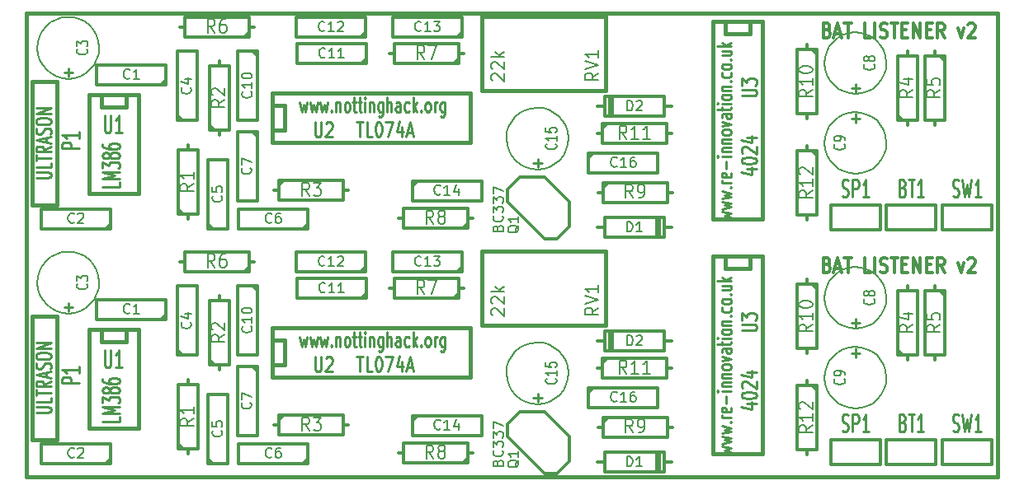
<source format=gto>
G04 (created by PCBNEW-RS274X (2011-12-21 BZR 3253)-stable) date 15/03/2013 11:23:45*
G01*
G70*
G90*
%MOIN*%
G04 Gerber Fmt 3.4, Leading zero omitted, Abs format*
%FSLAX34Y34*%
G04 APERTURE LIST*
%ADD10C,0.006000*%
%ADD11C,0.015000*%
%ADD12C,0.012000*%
%ADD13C,0.009900*%
%ADD14C,0.005000*%
%ADD15C,0.010700*%
%ADD16C,0.011300*%
%ADD17C,0.008000*%
%ADD18C,0.010000*%
G04 APERTURE END LIST*
G54D10*
G54D11*
X10500Y-08250D02*
X10750Y-08250D01*
X10500Y-27000D02*
X10500Y-08250D01*
X49750Y-27000D02*
X10500Y-27000D01*
X49750Y-08250D02*
X49750Y-27000D01*
X10500Y-08250D02*
X49750Y-08250D01*
G54D12*
X42858Y-18429D02*
X42929Y-18457D01*
X42953Y-18486D01*
X42977Y-18543D01*
X42977Y-18629D01*
X42953Y-18686D01*
X42929Y-18714D01*
X42882Y-18743D01*
X42691Y-18743D01*
X42691Y-18143D01*
X42858Y-18143D01*
X42905Y-18171D01*
X42929Y-18200D01*
X42953Y-18257D01*
X42953Y-18314D01*
X42929Y-18371D01*
X42905Y-18400D01*
X42858Y-18429D01*
X42691Y-18429D01*
X43167Y-18571D02*
X43405Y-18571D01*
X43120Y-18743D02*
X43286Y-18143D01*
X43453Y-18743D01*
X43549Y-18143D02*
X43834Y-18143D01*
X43691Y-18743D02*
X43691Y-18143D01*
X44620Y-18743D02*
X44382Y-18743D01*
X44382Y-18143D01*
X44787Y-18743D02*
X44787Y-18143D01*
X45001Y-18714D02*
X45073Y-18743D01*
X45192Y-18743D01*
X45239Y-18714D01*
X45263Y-18686D01*
X45287Y-18629D01*
X45287Y-18571D01*
X45263Y-18514D01*
X45239Y-18486D01*
X45192Y-18457D01*
X45096Y-18429D01*
X45049Y-18400D01*
X45025Y-18371D01*
X45001Y-18314D01*
X45001Y-18257D01*
X45025Y-18200D01*
X45049Y-18171D01*
X45096Y-18143D01*
X45216Y-18143D01*
X45287Y-18171D01*
X45430Y-18143D02*
X45715Y-18143D01*
X45572Y-18743D02*
X45572Y-18143D01*
X45882Y-18429D02*
X46049Y-18429D01*
X46120Y-18743D02*
X45882Y-18743D01*
X45882Y-18143D01*
X46120Y-18143D01*
X46334Y-18743D02*
X46334Y-18143D01*
X46620Y-18743D01*
X46620Y-18143D01*
X46858Y-18429D02*
X47025Y-18429D01*
X47096Y-18743D02*
X46858Y-18743D01*
X46858Y-18143D01*
X47096Y-18143D01*
X47596Y-18743D02*
X47429Y-18457D01*
X47310Y-18743D02*
X47310Y-18143D01*
X47501Y-18143D01*
X47548Y-18171D01*
X47572Y-18200D01*
X47596Y-18257D01*
X47596Y-18343D01*
X47572Y-18400D01*
X47548Y-18429D01*
X47501Y-18457D01*
X47310Y-18457D01*
X48143Y-18343D02*
X48262Y-18743D01*
X48382Y-18343D01*
X48548Y-18200D02*
X48572Y-18171D01*
X48620Y-18143D01*
X48739Y-18143D01*
X48786Y-18171D01*
X48810Y-18200D01*
X48834Y-18257D01*
X48834Y-18314D01*
X48810Y-18400D01*
X48524Y-18743D01*
X48834Y-18743D01*
G54D13*
X21555Y-21345D02*
X21630Y-21739D01*
X21705Y-21457D01*
X21780Y-21739D01*
X21855Y-21345D01*
X21968Y-21345D02*
X22043Y-21739D01*
X22118Y-21457D01*
X22193Y-21739D01*
X22268Y-21345D01*
X22381Y-21345D02*
X22456Y-21739D01*
X22531Y-21457D01*
X22606Y-21739D01*
X22681Y-21345D01*
X22832Y-21682D02*
X22851Y-21711D01*
X22832Y-21739D01*
X22813Y-21711D01*
X22832Y-21682D01*
X22832Y-21739D01*
X23020Y-21345D02*
X23020Y-21739D01*
X23020Y-21401D02*
X23039Y-21373D01*
X23076Y-21345D01*
X23132Y-21345D01*
X23170Y-21373D01*
X23189Y-21429D01*
X23189Y-21739D01*
X23432Y-21739D02*
X23395Y-21711D01*
X23376Y-21682D01*
X23357Y-21626D01*
X23357Y-21457D01*
X23376Y-21401D01*
X23395Y-21373D01*
X23432Y-21345D01*
X23488Y-21345D01*
X23526Y-21373D01*
X23545Y-21401D01*
X23563Y-21457D01*
X23563Y-21626D01*
X23545Y-21682D01*
X23526Y-21711D01*
X23488Y-21739D01*
X23432Y-21739D01*
X23676Y-21345D02*
X23826Y-21345D01*
X23732Y-21148D02*
X23732Y-21654D01*
X23751Y-21711D01*
X23788Y-21739D01*
X23826Y-21739D01*
X23901Y-21345D02*
X24051Y-21345D01*
X23957Y-21148D02*
X23957Y-21654D01*
X23976Y-21711D01*
X24013Y-21739D01*
X24051Y-21739D01*
X24182Y-21739D02*
X24182Y-21345D01*
X24182Y-21148D02*
X24163Y-21176D01*
X24182Y-21204D01*
X24201Y-21176D01*
X24182Y-21148D01*
X24182Y-21204D01*
X24370Y-21345D02*
X24370Y-21739D01*
X24370Y-21401D02*
X24389Y-21373D01*
X24426Y-21345D01*
X24482Y-21345D01*
X24520Y-21373D01*
X24539Y-21429D01*
X24539Y-21739D01*
X24895Y-21345D02*
X24895Y-21823D01*
X24876Y-21879D01*
X24857Y-21908D01*
X24820Y-21936D01*
X24763Y-21936D01*
X24726Y-21908D01*
X24895Y-21711D02*
X24857Y-21739D01*
X24782Y-21739D01*
X24745Y-21711D01*
X24726Y-21682D01*
X24707Y-21626D01*
X24707Y-21457D01*
X24726Y-21401D01*
X24745Y-21373D01*
X24782Y-21345D01*
X24857Y-21345D01*
X24895Y-21373D01*
X25082Y-21739D02*
X25082Y-21148D01*
X25251Y-21739D02*
X25251Y-21429D01*
X25232Y-21373D01*
X25194Y-21345D01*
X25138Y-21345D01*
X25101Y-21373D01*
X25082Y-21401D01*
X25607Y-21739D02*
X25607Y-21429D01*
X25588Y-21373D01*
X25550Y-21345D01*
X25475Y-21345D01*
X25438Y-21373D01*
X25607Y-21711D02*
X25569Y-21739D01*
X25475Y-21739D01*
X25438Y-21711D01*
X25419Y-21654D01*
X25419Y-21598D01*
X25438Y-21542D01*
X25475Y-21514D01*
X25569Y-21514D01*
X25607Y-21485D01*
X25963Y-21711D02*
X25925Y-21739D01*
X25850Y-21739D01*
X25813Y-21711D01*
X25794Y-21682D01*
X25775Y-21626D01*
X25775Y-21457D01*
X25794Y-21401D01*
X25813Y-21373D01*
X25850Y-21345D01*
X25925Y-21345D01*
X25963Y-21373D01*
X26132Y-21739D02*
X26132Y-21148D01*
X26169Y-21514D02*
X26282Y-21739D01*
X26282Y-21345D02*
X26132Y-21570D01*
X26451Y-21682D02*
X26470Y-21711D01*
X26451Y-21739D01*
X26432Y-21711D01*
X26451Y-21682D01*
X26451Y-21739D01*
X26695Y-21739D02*
X26658Y-21711D01*
X26639Y-21682D01*
X26620Y-21626D01*
X26620Y-21457D01*
X26639Y-21401D01*
X26658Y-21373D01*
X26695Y-21345D01*
X26751Y-21345D01*
X26789Y-21373D01*
X26808Y-21401D01*
X26826Y-21457D01*
X26826Y-21626D01*
X26808Y-21682D01*
X26789Y-21711D01*
X26751Y-21739D01*
X26695Y-21739D01*
X26995Y-21739D02*
X26995Y-21345D01*
X26995Y-21457D02*
X27014Y-21401D01*
X27032Y-21373D01*
X27070Y-21345D01*
X27107Y-21345D01*
X27408Y-21345D02*
X27408Y-21823D01*
X27389Y-21879D01*
X27370Y-21908D01*
X27333Y-21936D01*
X27276Y-21936D01*
X27239Y-21908D01*
X27408Y-21711D02*
X27370Y-21739D01*
X27295Y-21739D01*
X27258Y-21711D01*
X27239Y-21682D01*
X27220Y-21626D01*
X27220Y-21457D01*
X27239Y-21401D01*
X27258Y-21373D01*
X27295Y-21345D01*
X27370Y-21345D01*
X27408Y-21373D01*
X38595Y-26083D02*
X38989Y-26008D01*
X38707Y-25933D01*
X38989Y-25858D01*
X38595Y-25783D01*
X38595Y-25670D02*
X38989Y-25595D01*
X38707Y-25520D01*
X38989Y-25445D01*
X38595Y-25370D01*
X38595Y-25257D02*
X38989Y-25182D01*
X38707Y-25107D01*
X38989Y-25032D01*
X38595Y-24957D01*
X38932Y-24806D02*
X38961Y-24787D01*
X38989Y-24806D01*
X38961Y-24825D01*
X38932Y-24806D01*
X38989Y-24806D01*
X38989Y-24618D02*
X38595Y-24618D01*
X38707Y-24618D02*
X38651Y-24599D01*
X38623Y-24581D01*
X38595Y-24543D01*
X38595Y-24506D01*
X38961Y-24224D02*
X38989Y-24262D01*
X38989Y-24337D01*
X38961Y-24374D01*
X38904Y-24393D01*
X38679Y-24393D01*
X38623Y-24374D01*
X38595Y-24337D01*
X38595Y-24262D01*
X38623Y-24224D01*
X38679Y-24205D01*
X38735Y-24205D01*
X38792Y-24393D01*
X38764Y-24036D02*
X38764Y-23736D01*
X38989Y-23548D02*
X38595Y-23548D01*
X38398Y-23548D02*
X38426Y-23567D01*
X38454Y-23548D01*
X38426Y-23529D01*
X38398Y-23548D01*
X38454Y-23548D01*
X38595Y-23360D02*
X38989Y-23360D01*
X38651Y-23360D02*
X38623Y-23341D01*
X38595Y-23304D01*
X38595Y-23248D01*
X38623Y-23210D01*
X38679Y-23191D01*
X38989Y-23191D01*
X38595Y-23004D02*
X38989Y-23004D01*
X38651Y-23004D02*
X38623Y-22985D01*
X38595Y-22948D01*
X38595Y-22892D01*
X38623Y-22854D01*
X38679Y-22835D01*
X38989Y-22835D01*
X38989Y-22592D02*
X38961Y-22629D01*
X38932Y-22648D01*
X38876Y-22667D01*
X38707Y-22667D01*
X38651Y-22648D01*
X38623Y-22629D01*
X38595Y-22592D01*
X38595Y-22536D01*
X38623Y-22498D01*
X38651Y-22479D01*
X38707Y-22461D01*
X38876Y-22461D01*
X38932Y-22479D01*
X38961Y-22498D01*
X38989Y-22536D01*
X38989Y-22592D01*
X38595Y-22330D02*
X38989Y-22236D01*
X38595Y-22142D01*
X38989Y-21823D02*
X38679Y-21823D01*
X38623Y-21842D01*
X38595Y-21880D01*
X38595Y-21955D01*
X38623Y-21992D01*
X38961Y-21823D02*
X38989Y-21861D01*
X38989Y-21955D01*
X38961Y-21992D01*
X38904Y-22011D01*
X38848Y-22011D01*
X38792Y-21992D01*
X38764Y-21955D01*
X38764Y-21861D01*
X38735Y-21823D01*
X38595Y-21692D02*
X38595Y-21542D01*
X38398Y-21636D02*
X38904Y-21636D01*
X38961Y-21617D01*
X38989Y-21580D01*
X38989Y-21542D01*
X38989Y-21411D02*
X38595Y-21411D01*
X38398Y-21411D02*
X38426Y-21430D01*
X38454Y-21411D01*
X38426Y-21392D01*
X38398Y-21411D01*
X38454Y-21411D01*
X38989Y-21167D02*
X38961Y-21204D01*
X38932Y-21223D01*
X38876Y-21242D01*
X38707Y-21242D01*
X38651Y-21223D01*
X38623Y-21204D01*
X38595Y-21167D01*
X38595Y-21111D01*
X38623Y-21073D01*
X38651Y-21054D01*
X38707Y-21036D01*
X38876Y-21036D01*
X38932Y-21054D01*
X38961Y-21073D01*
X38989Y-21111D01*
X38989Y-21167D01*
X38595Y-20867D02*
X38989Y-20867D01*
X38651Y-20867D02*
X38623Y-20848D01*
X38595Y-20811D01*
X38595Y-20755D01*
X38623Y-20717D01*
X38679Y-20698D01*
X38989Y-20698D01*
X38932Y-20511D02*
X38961Y-20492D01*
X38989Y-20511D01*
X38961Y-20530D01*
X38932Y-20511D01*
X38989Y-20511D01*
X38961Y-20154D02*
X38989Y-20192D01*
X38989Y-20267D01*
X38961Y-20304D01*
X38932Y-20323D01*
X38876Y-20342D01*
X38707Y-20342D01*
X38651Y-20323D01*
X38623Y-20304D01*
X38595Y-20267D01*
X38595Y-20192D01*
X38623Y-20154D01*
X38989Y-19929D02*
X38961Y-19966D01*
X38932Y-19985D01*
X38876Y-20004D01*
X38707Y-20004D01*
X38651Y-19985D01*
X38623Y-19966D01*
X38595Y-19929D01*
X38595Y-19873D01*
X38623Y-19835D01*
X38651Y-19816D01*
X38707Y-19798D01*
X38876Y-19798D01*
X38932Y-19816D01*
X38961Y-19835D01*
X38989Y-19873D01*
X38989Y-19929D01*
X38932Y-19629D02*
X38961Y-19610D01*
X38989Y-19629D01*
X38961Y-19648D01*
X38932Y-19629D01*
X38989Y-19629D01*
X38595Y-19272D02*
X38989Y-19272D01*
X38595Y-19441D02*
X38904Y-19441D01*
X38961Y-19422D01*
X38989Y-19385D01*
X38989Y-19329D01*
X38961Y-19291D01*
X38932Y-19272D01*
X38989Y-19085D02*
X38398Y-19085D01*
X38764Y-19048D02*
X38989Y-18935D01*
X38595Y-18935D02*
X38820Y-19085D01*
X38595Y-16583D02*
X38989Y-16508D01*
X38707Y-16433D01*
X38989Y-16358D01*
X38595Y-16283D01*
X38595Y-16170D02*
X38989Y-16095D01*
X38707Y-16020D01*
X38989Y-15945D01*
X38595Y-15870D01*
X38595Y-15757D02*
X38989Y-15682D01*
X38707Y-15607D01*
X38989Y-15532D01*
X38595Y-15457D01*
X38932Y-15306D02*
X38961Y-15287D01*
X38989Y-15306D01*
X38961Y-15325D01*
X38932Y-15306D01*
X38989Y-15306D01*
X38989Y-15118D02*
X38595Y-15118D01*
X38707Y-15118D02*
X38651Y-15099D01*
X38623Y-15081D01*
X38595Y-15043D01*
X38595Y-15006D01*
X38961Y-14724D02*
X38989Y-14762D01*
X38989Y-14837D01*
X38961Y-14874D01*
X38904Y-14893D01*
X38679Y-14893D01*
X38623Y-14874D01*
X38595Y-14837D01*
X38595Y-14762D01*
X38623Y-14724D01*
X38679Y-14705D01*
X38735Y-14705D01*
X38792Y-14893D01*
X38764Y-14536D02*
X38764Y-14236D01*
X38989Y-14048D02*
X38595Y-14048D01*
X38398Y-14048D02*
X38426Y-14067D01*
X38454Y-14048D01*
X38426Y-14029D01*
X38398Y-14048D01*
X38454Y-14048D01*
X38595Y-13860D02*
X38989Y-13860D01*
X38651Y-13860D02*
X38623Y-13841D01*
X38595Y-13804D01*
X38595Y-13748D01*
X38623Y-13710D01*
X38679Y-13691D01*
X38989Y-13691D01*
X38595Y-13504D02*
X38989Y-13504D01*
X38651Y-13504D02*
X38623Y-13485D01*
X38595Y-13448D01*
X38595Y-13392D01*
X38623Y-13354D01*
X38679Y-13335D01*
X38989Y-13335D01*
X38989Y-13092D02*
X38961Y-13129D01*
X38932Y-13148D01*
X38876Y-13167D01*
X38707Y-13167D01*
X38651Y-13148D01*
X38623Y-13129D01*
X38595Y-13092D01*
X38595Y-13036D01*
X38623Y-12998D01*
X38651Y-12979D01*
X38707Y-12961D01*
X38876Y-12961D01*
X38932Y-12979D01*
X38961Y-12998D01*
X38989Y-13036D01*
X38989Y-13092D01*
X38595Y-12830D02*
X38989Y-12736D01*
X38595Y-12642D01*
X38989Y-12323D02*
X38679Y-12323D01*
X38623Y-12342D01*
X38595Y-12380D01*
X38595Y-12455D01*
X38623Y-12492D01*
X38961Y-12323D02*
X38989Y-12361D01*
X38989Y-12455D01*
X38961Y-12492D01*
X38904Y-12511D01*
X38848Y-12511D01*
X38792Y-12492D01*
X38764Y-12455D01*
X38764Y-12361D01*
X38735Y-12323D01*
X38595Y-12192D02*
X38595Y-12042D01*
X38398Y-12136D02*
X38904Y-12136D01*
X38961Y-12117D01*
X38989Y-12080D01*
X38989Y-12042D01*
X38989Y-11911D02*
X38595Y-11911D01*
X38398Y-11911D02*
X38426Y-11930D01*
X38454Y-11911D01*
X38426Y-11892D01*
X38398Y-11911D01*
X38454Y-11911D01*
X38989Y-11667D02*
X38961Y-11704D01*
X38932Y-11723D01*
X38876Y-11742D01*
X38707Y-11742D01*
X38651Y-11723D01*
X38623Y-11704D01*
X38595Y-11667D01*
X38595Y-11611D01*
X38623Y-11573D01*
X38651Y-11554D01*
X38707Y-11536D01*
X38876Y-11536D01*
X38932Y-11554D01*
X38961Y-11573D01*
X38989Y-11611D01*
X38989Y-11667D01*
X38595Y-11367D02*
X38989Y-11367D01*
X38651Y-11367D02*
X38623Y-11348D01*
X38595Y-11311D01*
X38595Y-11255D01*
X38623Y-11217D01*
X38679Y-11198D01*
X38989Y-11198D01*
X38932Y-11011D02*
X38961Y-10992D01*
X38989Y-11011D01*
X38961Y-11030D01*
X38932Y-11011D01*
X38989Y-11011D01*
X38961Y-10654D02*
X38989Y-10692D01*
X38989Y-10767D01*
X38961Y-10804D01*
X38932Y-10823D01*
X38876Y-10842D01*
X38707Y-10842D01*
X38651Y-10823D01*
X38623Y-10804D01*
X38595Y-10767D01*
X38595Y-10692D01*
X38623Y-10654D01*
X38989Y-10429D02*
X38961Y-10466D01*
X38932Y-10485D01*
X38876Y-10504D01*
X38707Y-10504D01*
X38651Y-10485D01*
X38623Y-10466D01*
X38595Y-10429D01*
X38595Y-10373D01*
X38623Y-10335D01*
X38651Y-10316D01*
X38707Y-10298D01*
X38876Y-10298D01*
X38932Y-10316D01*
X38961Y-10335D01*
X38989Y-10373D01*
X38989Y-10429D01*
X38932Y-10129D02*
X38961Y-10110D01*
X38989Y-10129D01*
X38961Y-10148D01*
X38932Y-10129D01*
X38989Y-10129D01*
X38595Y-09772D02*
X38989Y-09772D01*
X38595Y-09941D02*
X38904Y-09941D01*
X38961Y-09922D01*
X38989Y-09885D01*
X38989Y-09829D01*
X38961Y-09791D01*
X38932Y-09772D01*
X38989Y-09585D02*
X38398Y-09585D01*
X38764Y-09548D02*
X38989Y-09435D01*
X38595Y-09435D02*
X38820Y-09585D01*
X21555Y-11845D02*
X21630Y-12239D01*
X21705Y-11957D01*
X21780Y-12239D01*
X21855Y-11845D01*
X21968Y-11845D02*
X22043Y-12239D01*
X22118Y-11957D01*
X22193Y-12239D01*
X22268Y-11845D01*
X22381Y-11845D02*
X22456Y-12239D01*
X22531Y-11957D01*
X22606Y-12239D01*
X22681Y-11845D01*
X22832Y-12182D02*
X22851Y-12211D01*
X22832Y-12239D01*
X22813Y-12211D01*
X22832Y-12182D01*
X22832Y-12239D01*
X23020Y-11845D02*
X23020Y-12239D01*
X23020Y-11901D02*
X23039Y-11873D01*
X23076Y-11845D01*
X23132Y-11845D01*
X23170Y-11873D01*
X23189Y-11929D01*
X23189Y-12239D01*
X23432Y-12239D02*
X23395Y-12211D01*
X23376Y-12182D01*
X23357Y-12126D01*
X23357Y-11957D01*
X23376Y-11901D01*
X23395Y-11873D01*
X23432Y-11845D01*
X23488Y-11845D01*
X23526Y-11873D01*
X23545Y-11901D01*
X23563Y-11957D01*
X23563Y-12126D01*
X23545Y-12182D01*
X23526Y-12211D01*
X23488Y-12239D01*
X23432Y-12239D01*
X23676Y-11845D02*
X23826Y-11845D01*
X23732Y-11648D02*
X23732Y-12154D01*
X23751Y-12211D01*
X23788Y-12239D01*
X23826Y-12239D01*
X23901Y-11845D02*
X24051Y-11845D01*
X23957Y-11648D02*
X23957Y-12154D01*
X23976Y-12211D01*
X24013Y-12239D01*
X24051Y-12239D01*
X24182Y-12239D02*
X24182Y-11845D01*
X24182Y-11648D02*
X24163Y-11676D01*
X24182Y-11704D01*
X24201Y-11676D01*
X24182Y-11648D01*
X24182Y-11704D01*
X24370Y-11845D02*
X24370Y-12239D01*
X24370Y-11901D02*
X24389Y-11873D01*
X24426Y-11845D01*
X24482Y-11845D01*
X24520Y-11873D01*
X24539Y-11929D01*
X24539Y-12239D01*
X24895Y-11845D02*
X24895Y-12323D01*
X24876Y-12379D01*
X24857Y-12408D01*
X24820Y-12436D01*
X24763Y-12436D01*
X24726Y-12408D01*
X24895Y-12211D02*
X24857Y-12239D01*
X24782Y-12239D01*
X24745Y-12211D01*
X24726Y-12182D01*
X24707Y-12126D01*
X24707Y-11957D01*
X24726Y-11901D01*
X24745Y-11873D01*
X24782Y-11845D01*
X24857Y-11845D01*
X24895Y-11873D01*
X25082Y-12239D02*
X25082Y-11648D01*
X25251Y-12239D02*
X25251Y-11929D01*
X25232Y-11873D01*
X25194Y-11845D01*
X25138Y-11845D01*
X25101Y-11873D01*
X25082Y-11901D01*
X25607Y-12239D02*
X25607Y-11929D01*
X25588Y-11873D01*
X25550Y-11845D01*
X25475Y-11845D01*
X25438Y-11873D01*
X25607Y-12211D02*
X25569Y-12239D01*
X25475Y-12239D01*
X25438Y-12211D01*
X25419Y-12154D01*
X25419Y-12098D01*
X25438Y-12042D01*
X25475Y-12014D01*
X25569Y-12014D01*
X25607Y-11985D01*
X25963Y-12211D02*
X25925Y-12239D01*
X25850Y-12239D01*
X25813Y-12211D01*
X25794Y-12182D01*
X25775Y-12126D01*
X25775Y-11957D01*
X25794Y-11901D01*
X25813Y-11873D01*
X25850Y-11845D01*
X25925Y-11845D01*
X25963Y-11873D01*
X26132Y-12239D02*
X26132Y-11648D01*
X26169Y-12014D02*
X26282Y-12239D01*
X26282Y-11845D02*
X26132Y-12070D01*
X26451Y-12182D02*
X26470Y-12211D01*
X26451Y-12239D01*
X26432Y-12211D01*
X26451Y-12182D01*
X26451Y-12239D01*
X26695Y-12239D02*
X26658Y-12211D01*
X26639Y-12182D01*
X26620Y-12126D01*
X26620Y-11957D01*
X26639Y-11901D01*
X26658Y-11873D01*
X26695Y-11845D01*
X26751Y-11845D01*
X26789Y-11873D01*
X26808Y-11901D01*
X26826Y-11957D01*
X26826Y-12126D01*
X26808Y-12182D01*
X26789Y-12211D01*
X26751Y-12239D01*
X26695Y-12239D01*
X26995Y-12239D02*
X26995Y-11845D01*
X26995Y-11957D02*
X27014Y-11901D01*
X27032Y-11873D01*
X27070Y-11845D01*
X27107Y-11845D01*
X27408Y-11845D02*
X27408Y-12323D01*
X27389Y-12379D01*
X27370Y-12408D01*
X27333Y-12436D01*
X27276Y-12436D01*
X27239Y-12408D01*
X27408Y-12211D02*
X27370Y-12239D01*
X27295Y-12239D01*
X27258Y-12211D01*
X27239Y-12182D01*
X27220Y-12126D01*
X27220Y-11957D01*
X27239Y-11901D01*
X27258Y-11873D01*
X27295Y-11845D01*
X27370Y-11845D01*
X27408Y-11873D01*
G54D12*
X42858Y-08929D02*
X42929Y-08957D01*
X42953Y-08986D01*
X42977Y-09043D01*
X42977Y-09129D01*
X42953Y-09186D01*
X42929Y-09214D01*
X42882Y-09243D01*
X42691Y-09243D01*
X42691Y-08643D01*
X42858Y-08643D01*
X42905Y-08671D01*
X42929Y-08700D01*
X42953Y-08757D01*
X42953Y-08814D01*
X42929Y-08871D01*
X42905Y-08900D01*
X42858Y-08929D01*
X42691Y-08929D01*
X43167Y-09071D02*
X43405Y-09071D01*
X43120Y-09243D02*
X43286Y-08643D01*
X43453Y-09243D01*
X43549Y-08643D02*
X43834Y-08643D01*
X43691Y-09243D02*
X43691Y-08643D01*
X44620Y-09243D02*
X44382Y-09243D01*
X44382Y-08643D01*
X44787Y-09243D02*
X44787Y-08643D01*
X45001Y-09214D02*
X45073Y-09243D01*
X45192Y-09243D01*
X45239Y-09214D01*
X45263Y-09186D01*
X45287Y-09129D01*
X45287Y-09071D01*
X45263Y-09014D01*
X45239Y-08986D01*
X45192Y-08957D01*
X45096Y-08929D01*
X45049Y-08900D01*
X45025Y-08871D01*
X45001Y-08814D01*
X45001Y-08757D01*
X45025Y-08700D01*
X45049Y-08671D01*
X45096Y-08643D01*
X45216Y-08643D01*
X45287Y-08671D01*
X45430Y-08643D02*
X45715Y-08643D01*
X45572Y-09243D02*
X45572Y-08643D01*
X45882Y-08929D02*
X46049Y-08929D01*
X46120Y-09243D02*
X45882Y-09243D01*
X45882Y-08643D01*
X46120Y-08643D01*
X46334Y-09243D02*
X46334Y-08643D01*
X46620Y-09243D01*
X46620Y-08643D01*
X46858Y-08929D02*
X47025Y-08929D01*
X47096Y-09243D02*
X46858Y-09243D01*
X46858Y-08643D01*
X47096Y-08643D01*
X47596Y-09243D02*
X47429Y-08957D01*
X47310Y-09243D02*
X47310Y-08643D01*
X47501Y-08643D01*
X47548Y-08671D01*
X47572Y-08700D01*
X47596Y-08757D01*
X47596Y-08843D01*
X47572Y-08900D01*
X47548Y-08929D01*
X47501Y-08957D01*
X47310Y-08957D01*
X48143Y-08843D02*
X48262Y-09243D01*
X48382Y-08843D01*
X48548Y-08700D02*
X48572Y-08671D01*
X48620Y-08643D01*
X48739Y-08643D01*
X48786Y-08671D01*
X48810Y-08700D01*
X48834Y-08757D01*
X48834Y-08814D01*
X48810Y-08900D01*
X48524Y-09243D01*
X48834Y-09243D01*
X49500Y-25500D02*
X49500Y-26500D01*
X49500Y-26500D02*
X47500Y-26500D01*
X47500Y-26500D02*
X47500Y-25500D01*
X47500Y-25500D02*
X49500Y-25500D01*
X47250Y-25500D02*
X47250Y-26500D01*
X47250Y-26500D02*
X45250Y-26500D01*
X45250Y-26500D02*
X45250Y-25500D01*
X45250Y-25500D02*
X47250Y-25500D01*
G54D11*
X40240Y-18090D02*
X40240Y-26090D01*
X38240Y-26090D02*
X38240Y-18090D01*
X38240Y-18090D02*
X40240Y-18090D01*
X39740Y-18090D02*
X39740Y-18590D01*
X39740Y-18590D02*
X38740Y-18590D01*
X38740Y-18590D02*
X38740Y-18090D01*
X40240Y-26090D02*
X38240Y-26090D01*
X32900Y-17870D02*
X33900Y-17870D01*
X33900Y-17870D02*
X33900Y-20870D01*
X33900Y-20870D02*
X28900Y-20870D01*
X28900Y-20870D02*
X28900Y-17870D01*
X28900Y-17870D02*
X29900Y-17870D01*
X29900Y-17870D02*
X33900Y-17870D01*
G54D12*
X29900Y-17870D02*
X32900Y-17870D01*
X33590Y-25000D02*
X33790Y-25000D01*
X36590Y-25000D02*
X36390Y-25000D01*
X36390Y-25000D02*
X36390Y-24600D01*
X36390Y-24600D02*
X33790Y-24600D01*
X33790Y-24600D02*
X33790Y-25400D01*
X33790Y-25400D02*
X36390Y-25400D01*
X36390Y-25400D02*
X36390Y-25000D01*
X33790Y-24800D02*
X33990Y-24600D01*
X33570Y-22630D02*
X33770Y-22630D01*
X36570Y-22630D02*
X36370Y-22630D01*
X36370Y-22630D02*
X36370Y-22230D01*
X36370Y-22230D02*
X33770Y-22230D01*
X33770Y-22230D02*
X33770Y-23030D01*
X33770Y-23030D02*
X36370Y-23030D01*
X36370Y-23030D02*
X36370Y-22630D01*
X33770Y-22430D02*
X33970Y-22230D01*
X42040Y-23110D02*
X42040Y-23310D01*
X42040Y-26110D02*
X42040Y-25910D01*
X42040Y-25910D02*
X42440Y-25910D01*
X42440Y-25910D02*
X42440Y-23310D01*
X42440Y-23310D02*
X41640Y-23310D01*
X41640Y-23310D02*
X41640Y-25910D01*
X41640Y-25910D02*
X42040Y-25910D01*
X42240Y-23310D02*
X42440Y-23510D01*
X42040Y-19020D02*
X42040Y-19220D01*
X42040Y-22020D02*
X42040Y-21820D01*
X42040Y-21820D02*
X42440Y-21820D01*
X42440Y-21820D02*
X42440Y-19220D01*
X42440Y-19220D02*
X41640Y-19220D01*
X41640Y-19220D02*
X41640Y-21820D01*
X41640Y-21820D02*
X42040Y-21820D01*
X42240Y-19220D02*
X42440Y-19420D01*
X47200Y-19270D02*
X47200Y-19470D01*
X47200Y-22270D02*
X47200Y-22070D01*
X47200Y-22070D02*
X47600Y-22070D01*
X47600Y-22070D02*
X47600Y-19470D01*
X47600Y-19470D02*
X46800Y-19470D01*
X46800Y-19470D02*
X46800Y-22070D01*
X46800Y-22070D02*
X47200Y-22070D01*
X47400Y-19470D02*
X47600Y-19670D01*
X46100Y-22270D02*
X46100Y-22070D01*
X46100Y-19270D02*
X46100Y-19470D01*
X46100Y-19470D02*
X45700Y-19470D01*
X45700Y-19470D02*
X45700Y-22070D01*
X45700Y-22070D02*
X46500Y-22070D01*
X46500Y-22070D02*
X46500Y-19470D01*
X46500Y-19470D02*
X46100Y-19470D01*
X45900Y-22070D02*
X45700Y-21870D01*
X28530Y-26060D02*
X28330Y-26060D01*
X25530Y-26060D02*
X25730Y-26060D01*
X25730Y-26060D02*
X25730Y-26460D01*
X25730Y-26460D02*
X28330Y-26460D01*
X28330Y-26460D02*
X28330Y-25660D01*
X28330Y-25660D02*
X25730Y-25660D01*
X25730Y-25660D02*
X25730Y-26060D01*
X28330Y-26260D02*
X28130Y-26460D01*
X28170Y-19390D02*
X27970Y-19390D01*
X25170Y-19390D02*
X25370Y-19390D01*
X25370Y-19390D02*
X25370Y-19790D01*
X25370Y-19790D02*
X27970Y-19790D01*
X27970Y-19790D02*
X27970Y-18990D01*
X27970Y-18990D02*
X25370Y-18990D01*
X25370Y-18990D02*
X25370Y-19390D01*
X27970Y-19590D02*
X27770Y-19790D01*
X19700Y-18320D02*
X19500Y-18320D01*
X16700Y-18320D02*
X16900Y-18320D01*
X16900Y-18320D02*
X16900Y-18720D01*
X16900Y-18720D02*
X19500Y-18720D01*
X19500Y-18720D02*
X19500Y-17920D01*
X19500Y-17920D02*
X16900Y-17920D01*
X16900Y-17920D02*
X16900Y-18320D01*
X19500Y-18520D02*
X19300Y-18720D01*
X20520Y-24930D02*
X20720Y-24930D01*
X23520Y-24930D02*
X23320Y-24930D01*
X23320Y-24930D02*
X23320Y-24530D01*
X23320Y-24530D02*
X20720Y-24530D01*
X20720Y-24530D02*
X20720Y-25330D01*
X20720Y-25330D02*
X23320Y-25330D01*
X23320Y-25330D02*
X23320Y-24930D01*
X20720Y-24730D02*
X20920Y-24530D01*
X18300Y-22670D02*
X18300Y-22470D01*
X18300Y-19670D02*
X18300Y-19870D01*
X18300Y-19870D02*
X17900Y-19870D01*
X17900Y-19870D02*
X17900Y-22470D01*
X17900Y-22470D02*
X18700Y-22470D01*
X18700Y-22470D02*
X18700Y-19870D01*
X18700Y-19870D02*
X18300Y-19870D01*
X18100Y-22470D02*
X17900Y-22270D01*
X17050Y-26070D02*
X17050Y-25870D01*
X17050Y-23070D02*
X17050Y-23270D01*
X17050Y-23270D02*
X16650Y-23270D01*
X16650Y-23270D02*
X16650Y-25870D01*
X16650Y-25870D02*
X17450Y-25870D01*
X17450Y-25870D02*
X17450Y-23270D01*
X17450Y-23270D02*
X17050Y-23270D01*
X16850Y-25870D02*
X16650Y-25670D01*
G54D11*
X14540Y-21060D02*
X14540Y-21560D01*
X14540Y-21560D02*
X13540Y-21560D01*
X13540Y-21560D02*
X13540Y-21060D01*
X15040Y-21060D02*
X15040Y-25060D01*
X15040Y-25060D02*
X13040Y-25060D01*
X13040Y-25060D02*
X13040Y-21060D01*
X13040Y-21060D02*
X15040Y-21060D01*
X20430Y-20990D02*
X28430Y-20990D01*
X28430Y-22990D02*
X20430Y-22990D01*
X20430Y-22990D02*
X20430Y-20990D01*
X20430Y-21490D02*
X20930Y-21490D01*
X20930Y-21490D02*
X20930Y-22490D01*
X20930Y-22490D02*
X20430Y-22490D01*
X28430Y-20990D02*
X28430Y-22990D01*
G54D12*
X36560Y-26430D02*
X36260Y-26430D01*
X36260Y-26430D02*
X36260Y-26030D01*
X36260Y-26030D02*
X33860Y-26030D01*
X33860Y-26030D02*
X33860Y-26430D01*
X33860Y-26430D02*
X33560Y-26430D01*
X33860Y-26430D02*
X33860Y-26830D01*
X33860Y-26830D02*
X36260Y-26830D01*
X36260Y-26830D02*
X36260Y-26430D01*
X36060Y-26030D02*
X36060Y-26830D01*
X35960Y-26830D02*
X35960Y-26030D01*
X33570Y-21530D02*
X33870Y-21530D01*
X33870Y-21530D02*
X33870Y-21930D01*
X33870Y-21930D02*
X36270Y-21930D01*
X36270Y-21930D02*
X36270Y-21530D01*
X36270Y-21530D02*
X36570Y-21530D01*
X36270Y-21530D02*
X36270Y-21130D01*
X36270Y-21130D02*
X33870Y-21130D01*
X33870Y-21130D02*
X33870Y-21530D01*
X34070Y-21930D02*
X34070Y-21130D01*
X34170Y-21130D02*
X34170Y-21930D01*
X33220Y-23410D02*
X36020Y-23410D01*
X36020Y-23410D02*
X36020Y-24210D01*
X36020Y-24210D02*
X33220Y-24210D01*
X33220Y-24210D02*
X33220Y-23410D01*
X33220Y-23610D02*
X33420Y-23410D01*
X26090Y-24540D02*
X28890Y-24540D01*
X28890Y-24540D02*
X28890Y-25340D01*
X28890Y-25340D02*
X26090Y-25340D01*
X26090Y-25340D02*
X26090Y-24540D01*
X26090Y-24740D02*
X26290Y-24540D01*
X28100Y-18720D02*
X25300Y-18720D01*
X25300Y-18720D02*
X25300Y-17920D01*
X25300Y-17920D02*
X28100Y-17920D01*
X28100Y-17920D02*
X28100Y-18720D01*
X28100Y-18520D02*
X27900Y-18720D01*
X19850Y-19270D02*
X19850Y-22070D01*
X19850Y-22070D02*
X19050Y-22070D01*
X19050Y-22070D02*
X19050Y-19270D01*
X19050Y-19270D02*
X19850Y-19270D01*
X19650Y-19270D02*
X19850Y-19470D01*
X24230Y-19790D02*
X21430Y-19790D01*
X21430Y-19790D02*
X21430Y-18990D01*
X21430Y-18990D02*
X24230Y-18990D01*
X24230Y-18990D02*
X24230Y-19790D01*
X24230Y-19590D02*
X24030Y-19790D01*
X24210Y-18720D02*
X21410Y-18720D01*
X21410Y-18720D02*
X21410Y-17920D01*
X21410Y-17920D02*
X24210Y-17920D01*
X24210Y-17920D02*
X24210Y-18720D01*
X24210Y-18520D02*
X24010Y-18720D01*
X19830Y-22550D02*
X19830Y-25350D01*
X19830Y-25350D02*
X19030Y-25350D01*
X19030Y-25350D02*
X19030Y-22550D01*
X19030Y-22550D02*
X19830Y-22550D01*
X19630Y-22550D02*
X19830Y-22750D01*
X16150Y-20650D02*
X13350Y-20650D01*
X13350Y-20650D02*
X13350Y-19850D01*
X13350Y-19850D02*
X16150Y-19850D01*
X16150Y-19850D02*
X16150Y-20650D01*
X16150Y-20450D02*
X15950Y-20650D01*
X21880Y-26480D02*
X19080Y-26480D01*
X19080Y-26480D02*
X19080Y-25680D01*
X19080Y-25680D02*
X21880Y-25680D01*
X21880Y-25680D02*
X21880Y-26480D01*
X21880Y-26280D02*
X21680Y-26480D01*
X17850Y-26470D02*
X17850Y-23670D01*
X17850Y-23670D02*
X18650Y-23670D01*
X18650Y-23670D02*
X18650Y-26470D01*
X18650Y-26470D02*
X17850Y-26470D01*
X18050Y-26470D02*
X17850Y-26270D01*
X16600Y-22090D02*
X16600Y-19290D01*
X16600Y-19290D02*
X17400Y-19290D01*
X17400Y-19290D02*
X17400Y-22090D01*
X17400Y-22090D02*
X16600Y-22090D01*
X16800Y-22090D02*
X16600Y-21890D01*
X13900Y-26480D02*
X11100Y-26480D01*
X11100Y-26480D02*
X11100Y-25680D01*
X11100Y-25680D02*
X13900Y-25680D01*
X13900Y-25680D02*
X13900Y-26480D01*
X13900Y-26280D02*
X13700Y-26480D01*
G54D14*
X32400Y-22820D02*
X32376Y-23062D01*
X32305Y-23296D01*
X32191Y-23511D01*
X32036Y-23700D01*
X31848Y-23856D01*
X31634Y-23972D01*
X31401Y-24044D01*
X31158Y-24069D01*
X30916Y-24047D01*
X30682Y-23978D01*
X30466Y-23865D01*
X30276Y-23713D01*
X30119Y-23526D01*
X30002Y-23312D01*
X29928Y-23079D01*
X29901Y-22837D01*
X29921Y-22595D01*
X29988Y-22360D01*
X30100Y-22143D01*
X30251Y-21952D01*
X30437Y-21794D01*
X30650Y-21675D01*
X30882Y-21600D01*
X31124Y-21571D01*
X31367Y-21589D01*
X31602Y-21655D01*
X31819Y-21765D01*
X32012Y-21915D01*
X32171Y-22100D01*
X32291Y-22312D01*
X32368Y-22544D01*
X32399Y-22786D01*
X32400Y-22820D01*
X13450Y-19150D02*
X13426Y-19392D01*
X13355Y-19626D01*
X13241Y-19841D01*
X13086Y-20030D01*
X12898Y-20186D01*
X12684Y-20302D01*
X12451Y-20374D01*
X12208Y-20399D01*
X11966Y-20377D01*
X11732Y-20308D01*
X11516Y-20195D01*
X11326Y-20043D01*
X11169Y-19856D01*
X11052Y-19642D01*
X10978Y-19409D01*
X10951Y-19167D01*
X10971Y-18925D01*
X11038Y-18690D01*
X11150Y-18473D01*
X11301Y-18282D01*
X11487Y-18124D01*
X11700Y-18005D01*
X11932Y-17930D01*
X12174Y-17901D01*
X12417Y-17919D01*
X12652Y-17985D01*
X12869Y-18095D01*
X13062Y-18245D01*
X13221Y-18430D01*
X13341Y-18642D01*
X13418Y-18874D01*
X13449Y-19116D01*
X13450Y-19150D01*
X45250Y-19770D02*
X45226Y-20012D01*
X45155Y-20246D01*
X45041Y-20461D01*
X44886Y-20650D01*
X44698Y-20806D01*
X44484Y-20922D01*
X44251Y-20994D01*
X44008Y-21019D01*
X43766Y-20997D01*
X43532Y-20928D01*
X43316Y-20815D01*
X43126Y-20663D01*
X42969Y-20476D01*
X42852Y-20262D01*
X42778Y-20029D01*
X42751Y-19787D01*
X42771Y-19545D01*
X42838Y-19310D01*
X42950Y-19093D01*
X43101Y-18902D01*
X43287Y-18744D01*
X43500Y-18625D01*
X43732Y-18550D01*
X43974Y-18521D01*
X44217Y-18539D01*
X44452Y-18605D01*
X44669Y-18715D01*
X44862Y-18865D01*
X45021Y-19050D01*
X45141Y-19262D01*
X45218Y-19494D01*
X45249Y-19736D01*
X45250Y-19770D01*
X45250Y-23000D02*
X45226Y-23242D01*
X45155Y-23476D01*
X45041Y-23691D01*
X44886Y-23880D01*
X44698Y-24036D01*
X44484Y-24152D01*
X44251Y-24224D01*
X44008Y-24249D01*
X43766Y-24227D01*
X43532Y-24158D01*
X43316Y-24045D01*
X43126Y-23893D01*
X42969Y-23706D01*
X42852Y-23492D01*
X42778Y-23259D01*
X42751Y-23017D01*
X42771Y-22775D01*
X42838Y-22540D01*
X42950Y-22323D01*
X43101Y-22132D01*
X43287Y-21974D01*
X43500Y-21855D01*
X43732Y-21780D01*
X43974Y-21751D01*
X44217Y-21769D01*
X44452Y-21835D01*
X44669Y-21945D01*
X44862Y-22095D01*
X45021Y-22280D01*
X45141Y-22492D01*
X45218Y-22724D01*
X45249Y-22966D01*
X45250Y-23000D01*
G54D12*
X29950Y-25370D02*
X31450Y-26870D01*
X31450Y-26870D02*
X31950Y-26870D01*
X31950Y-26870D02*
X32450Y-26370D01*
X32450Y-26370D02*
X32450Y-25370D01*
X32450Y-25370D02*
X31450Y-24370D01*
X31450Y-24370D02*
X30450Y-24370D01*
X30450Y-24370D02*
X29950Y-24870D01*
X29950Y-24870D02*
X29950Y-25370D01*
X45000Y-25500D02*
X45000Y-26500D01*
X45000Y-26500D02*
X43000Y-26500D01*
X43000Y-26500D02*
X43000Y-25500D01*
X43000Y-25500D02*
X45000Y-25500D01*
G54D11*
X11750Y-22500D02*
X11750Y-25500D01*
X11750Y-25500D02*
X10750Y-25500D01*
X10750Y-25500D02*
X10750Y-22500D01*
X10750Y-22500D02*
X10750Y-20500D01*
X10750Y-20500D02*
X11750Y-20500D01*
X11750Y-20500D02*
X11750Y-22500D01*
G54D12*
X10750Y-20500D02*
X11750Y-20500D01*
X11750Y-20500D02*
X11750Y-22500D01*
X10750Y-22500D02*
X10750Y-20500D01*
G54D11*
X11750Y-13000D02*
X11750Y-16000D01*
X11750Y-16000D02*
X10750Y-16000D01*
X10750Y-16000D02*
X10750Y-13000D01*
X10750Y-13000D02*
X10750Y-11000D01*
X10750Y-11000D02*
X11750Y-11000D01*
X11750Y-11000D02*
X11750Y-13000D01*
G54D12*
X10750Y-11000D02*
X11750Y-11000D01*
X11750Y-11000D02*
X11750Y-13000D01*
X10750Y-13000D02*
X10750Y-11000D01*
X45000Y-16000D02*
X45000Y-17000D01*
X45000Y-17000D02*
X43000Y-17000D01*
X43000Y-17000D02*
X43000Y-16000D01*
X43000Y-16000D02*
X45000Y-16000D01*
X29950Y-15870D02*
X31450Y-17370D01*
X31450Y-17370D02*
X31950Y-17370D01*
X31950Y-17370D02*
X32450Y-16870D01*
X32450Y-16870D02*
X32450Y-15870D01*
X32450Y-15870D02*
X31450Y-14870D01*
X31450Y-14870D02*
X30450Y-14870D01*
X30450Y-14870D02*
X29950Y-15370D01*
X29950Y-15370D02*
X29950Y-15870D01*
G54D14*
X45250Y-13500D02*
X45226Y-13742D01*
X45155Y-13976D01*
X45041Y-14191D01*
X44886Y-14380D01*
X44698Y-14536D01*
X44484Y-14652D01*
X44251Y-14724D01*
X44008Y-14749D01*
X43766Y-14727D01*
X43532Y-14658D01*
X43316Y-14545D01*
X43126Y-14393D01*
X42969Y-14206D01*
X42852Y-13992D01*
X42778Y-13759D01*
X42751Y-13517D01*
X42771Y-13275D01*
X42838Y-13040D01*
X42950Y-12823D01*
X43101Y-12632D01*
X43287Y-12474D01*
X43500Y-12355D01*
X43732Y-12280D01*
X43974Y-12251D01*
X44217Y-12269D01*
X44452Y-12335D01*
X44669Y-12445D01*
X44862Y-12595D01*
X45021Y-12780D01*
X45141Y-12992D01*
X45218Y-13224D01*
X45249Y-13466D01*
X45250Y-13500D01*
X45250Y-10270D02*
X45226Y-10512D01*
X45155Y-10746D01*
X45041Y-10961D01*
X44886Y-11150D01*
X44698Y-11306D01*
X44484Y-11422D01*
X44251Y-11494D01*
X44008Y-11519D01*
X43766Y-11497D01*
X43532Y-11428D01*
X43316Y-11315D01*
X43126Y-11163D01*
X42969Y-10976D01*
X42852Y-10762D01*
X42778Y-10529D01*
X42751Y-10287D01*
X42771Y-10045D01*
X42838Y-09810D01*
X42950Y-09593D01*
X43101Y-09402D01*
X43287Y-09244D01*
X43500Y-09125D01*
X43732Y-09050D01*
X43974Y-09021D01*
X44217Y-09039D01*
X44452Y-09105D01*
X44669Y-09215D01*
X44862Y-09365D01*
X45021Y-09550D01*
X45141Y-09762D01*
X45218Y-09994D01*
X45249Y-10236D01*
X45250Y-10270D01*
X13450Y-09650D02*
X13426Y-09892D01*
X13355Y-10126D01*
X13241Y-10341D01*
X13086Y-10530D01*
X12898Y-10686D01*
X12684Y-10802D01*
X12451Y-10874D01*
X12208Y-10899D01*
X11966Y-10877D01*
X11732Y-10808D01*
X11516Y-10695D01*
X11326Y-10543D01*
X11169Y-10356D01*
X11052Y-10142D01*
X10978Y-09909D01*
X10951Y-09667D01*
X10971Y-09425D01*
X11038Y-09190D01*
X11150Y-08973D01*
X11301Y-08782D01*
X11487Y-08624D01*
X11700Y-08505D01*
X11932Y-08430D01*
X12174Y-08401D01*
X12417Y-08419D01*
X12652Y-08485D01*
X12869Y-08595D01*
X13062Y-08745D01*
X13221Y-08930D01*
X13341Y-09142D01*
X13418Y-09374D01*
X13449Y-09616D01*
X13450Y-09650D01*
X32400Y-13320D02*
X32376Y-13562D01*
X32305Y-13796D01*
X32191Y-14011D01*
X32036Y-14200D01*
X31848Y-14356D01*
X31634Y-14472D01*
X31401Y-14544D01*
X31158Y-14569D01*
X30916Y-14547D01*
X30682Y-14478D01*
X30466Y-14365D01*
X30276Y-14213D01*
X30119Y-14026D01*
X30002Y-13812D01*
X29928Y-13579D01*
X29901Y-13337D01*
X29921Y-13095D01*
X29988Y-12860D01*
X30100Y-12643D01*
X30251Y-12452D01*
X30437Y-12294D01*
X30650Y-12175D01*
X30882Y-12100D01*
X31124Y-12071D01*
X31367Y-12089D01*
X31602Y-12155D01*
X31819Y-12265D01*
X32012Y-12415D01*
X32171Y-12600D01*
X32291Y-12812D01*
X32368Y-13044D01*
X32399Y-13286D01*
X32400Y-13320D01*
G54D12*
X13900Y-16980D02*
X11100Y-16980D01*
X11100Y-16980D02*
X11100Y-16180D01*
X11100Y-16180D02*
X13900Y-16180D01*
X13900Y-16180D02*
X13900Y-16980D01*
X13900Y-16780D02*
X13700Y-16980D01*
X16600Y-12590D02*
X16600Y-09790D01*
X16600Y-09790D02*
X17400Y-09790D01*
X17400Y-09790D02*
X17400Y-12590D01*
X17400Y-12590D02*
X16600Y-12590D01*
X16800Y-12590D02*
X16600Y-12390D01*
X17850Y-16970D02*
X17850Y-14170D01*
X17850Y-14170D02*
X18650Y-14170D01*
X18650Y-14170D02*
X18650Y-16970D01*
X18650Y-16970D02*
X17850Y-16970D01*
X18050Y-16970D02*
X17850Y-16770D01*
X21880Y-16980D02*
X19080Y-16980D01*
X19080Y-16980D02*
X19080Y-16180D01*
X19080Y-16180D02*
X21880Y-16180D01*
X21880Y-16180D02*
X21880Y-16980D01*
X21880Y-16780D02*
X21680Y-16980D01*
X16150Y-11150D02*
X13350Y-11150D01*
X13350Y-11150D02*
X13350Y-10350D01*
X13350Y-10350D02*
X16150Y-10350D01*
X16150Y-10350D02*
X16150Y-11150D01*
X16150Y-10950D02*
X15950Y-11150D01*
X19830Y-13050D02*
X19830Y-15850D01*
X19830Y-15850D02*
X19030Y-15850D01*
X19030Y-15850D02*
X19030Y-13050D01*
X19030Y-13050D02*
X19830Y-13050D01*
X19630Y-13050D02*
X19830Y-13250D01*
X24210Y-09220D02*
X21410Y-09220D01*
X21410Y-09220D02*
X21410Y-08420D01*
X21410Y-08420D02*
X24210Y-08420D01*
X24210Y-08420D02*
X24210Y-09220D01*
X24210Y-09020D02*
X24010Y-09220D01*
X24230Y-10290D02*
X21430Y-10290D01*
X21430Y-10290D02*
X21430Y-09490D01*
X21430Y-09490D02*
X24230Y-09490D01*
X24230Y-09490D02*
X24230Y-10290D01*
X24230Y-10090D02*
X24030Y-10290D01*
X19850Y-09770D02*
X19850Y-12570D01*
X19850Y-12570D02*
X19050Y-12570D01*
X19050Y-12570D02*
X19050Y-09770D01*
X19050Y-09770D02*
X19850Y-09770D01*
X19650Y-09770D02*
X19850Y-09970D01*
X28100Y-09220D02*
X25300Y-09220D01*
X25300Y-09220D02*
X25300Y-08420D01*
X25300Y-08420D02*
X28100Y-08420D01*
X28100Y-08420D02*
X28100Y-09220D01*
X28100Y-09020D02*
X27900Y-09220D01*
X26090Y-15040D02*
X28890Y-15040D01*
X28890Y-15040D02*
X28890Y-15840D01*
X28890Y-15840D02*
X26090Y-15840D01*
X26090Y-15840D02*
X26090Y-15040D01*
X26090Y-15240D02*
X26290Y-15040D01*
X33220Y-13910D02*
X36020Y-13910D01*
X36020Y-13910D02*
X36020Y-14710D01*
X36020Y-14710D02*
X33220Y-14710D01*
X33220Y-14710D02*
X33220Y-13910D01*
X33220Y-14110D02*
X33420Y-13910D01*
X33570Y-12030D02*
X33870Y-12030D01*
X33870Y-12030D02*
X33870Y-12430D01*
X33870Y-12430D02*
X36270Y-12430D01*
X36270Y-12430D02*
X36270Y-12030D01*
X36270Y-12030D02*
X36570Y-12030D01*
X36270Y-12030D02*
X36270Y-11630D01*
X36270Y-11630D02*
X33870Y-11630D01*
X33870Y-11630D02*
X33870Y-12030D01*
X34070Y-12430D02*
X34070Y-11630D01*
X34170Y-11630D02*
X34170Y-12430D01*
X36560Y-16930D02*
X36260Y-16930D01*
X36260Y-16930D02*
X36260Y-16530D01*
X36260Y-16530D02*
X33860Y-16530D01*
X33860Y-16530D02*
X33860Y-16930D01*
X33860Y-16930D02*
X33560Y-16930D01*
X33860Y-16930D02*
X33860Y-17330D01*
X33860Y-17330D02*
X36260Y-17330D01*
X36260Y-17330D02*
X36260Y-16930D01*
X36060Y-16530D02*
X36060Y-17330D01*
X35960Y-17330D02*
X35960Y-16530D01*
G54D11*
X20430Y-11490D02*
X28430Y-11490D01*
X28430Y-13490D02*
X20430Y-13490D01*
X20430Y-13490D02*
X20430Y-11490D01*
X20430Y-11990D02*
X20930Y-11990D01*
X20930Y-11990D02*
X20930Y-12990D01*
X20930Y-12990D02*
X20430Y-12990D01*
X28430Y-11490D02*
X28430Y-13490D01*
X14540Y-11560D02*
X14540Y-12060D01*
X14540Y-12060D02*
X13540Y-12060D01*
X13540Y-12060D02*
X13540Y-11560D01*
X15040Y-11560D02*
X15040Y-15560D01*
X15040Y-15560D02*
X13040Y-15560D01*
X13040Y-15560D02*
X13040Y-11560D01*
X13040Y-11560D02*
X15040Y-11560D01*
G54D12*
X17050Y-16570D02*
X17050Y-16370D01*
X17050Y-13570D02*
X17050Y-13770D01*
X17050Y-13770D02*
X16650Y-13770D01*
X16650Y-13770D02*
X16650Y-16370D01*
X16650Y-16370D02*
X17450Y-16370D01*
X17450Y-16370D02*
X17450Y-13770D01*
X17450Y-13770D02*
X17050Y-13770D01*
X16850Y-16370D02*
X16650Y-16170D01*
X18300Y-13170D02*
X18300Y-12970D01*
X18300Y-10170D02*
X18300Y-10370D01*
X18300Y-10370D02*
X17900Y-10370D01*
X17900Y-10370D02*
X17900Y-12970D01*
X17900Y-12970D02*
X18700Y-12970D01*
X18700Y-12970D02*
X18700Y-10370D01*
X18700Y-10370D02*
X18300Y-10370D01*
X18100Y-12970D02*
X17900Y-12770D01*
X20520Y-15430D02*
X20720Y-15430D01*
X23520Y-15430D02*
X23320Y-15430D01*
X23320Y-15430D02*
X23320Y-15030D01*
X23320Y-15030D02*
X20720Y-15030D01*
X20720Y-15030D02*
X20720Y-15830D01*
X20720Y-15830D02*
X23320Y-15830D01*
X23320Y-15830D02*
X23320Y-15430D01*
X20720Y-15230D02*
X20920Y-15030D01*
X19700Y-08820D02*
X19500Y-08820D01*
X16700Y-08820D02*
X16900Y-08820D01*
X16900Y-08820D02*
X16900Y-09220D01*
X16900Y-09220D02*
X19500Y-09220D01*
X19500Y-09220D02*
X19500Y-08420D01*
X19500Y-08420D02*
X16900Y-08420D01*
X16900Y-08420D02*
X16900Y-08820D01*
X19500Y-09020D02*
X19300Y-09220D01*
X28170Y-09890D02*
X27970Y-09890D01*
X25170Y-09890D02*
X25370Y-09890D01*
X25370Y-09890D02*
X25370Y-10290D01*
X25370Y-10290D02*
X27970Y-10290D01*
X27970Y-10290D02*
X27970Y-09490D01*
X27970Y-09490D02*
X25370Y-09490D01*
X25370Y-09490D02*
X25370Y-09890D01*
X27970Y-10090D02*
X27770Y-10290D01*
X28530Y-16560D02*
X28330Y-16560D01*
X25530Y-16560D02*
X25730Y-16560D01*
X25730Y-16560D02*
X25730Y-16960D01*
X25730Y-16960D02*
X28330Y-16960D01*
X28330Y-16960D02*
X28330Y-16160D01*
X28330Y-16160D02*
X25730Y-16160D01*
X25730Y-16160D02*
X25730Y-16560D01*
X28330Y-16760D02*
X28130Y-16960D01*
X46100Y-12770D02*
X46100Y-12570D01*
X46100Y-09770D02*
X46100Y-09970D01*
X46100Y-09970D02*
X45700Y-09970D01*
X45700Y-09970D02*
X45700Y-12570D01*
X45700Y-12570D02*
X46500Y-12570D01*
X46500Y-12570D02*
X46500Y-09970D01*
X46500Y-09970D02*
X46100Y-09970D01*
X45900Y-12570D02*
X45700Y-12370D01*
X47200Y-09770D02*
X47200Y-09970D01*
X47200Y-12770D02*
X47200Y-12570D01*
X47200Y-12570D02*
X47600Y-12570D01*
X47600Y-12570D02*
X47600Y-09970D01*
X47600Y-09970D02*
X46800Y-09970D01*
X46800Y-09970D02*
X46800Y-12570D01*
X46800Y-12570D02*
X47200Y-12570D01*
X47400Y-09970D02*
X47600Y-10170D01*
X42040Y-09520D02*
X42040Y-09720D01*
X42040Y-12520D02*
X42040Y-12320D01*
X42040Y-12320D02*
X42440Y-12320D01*
X42440Y-12320D02*
X42440Y-09720D01*
X42440Y-09720D02*
X41640Y-09720D01*
X41640Y-09720D02*
X41640Y-12320D01*
X41640Y-12320D02*
X42040Y-12320D01*
X42240Y-09720D02*
X42440Y-09920D01*
X42040Y-13610D02*
X42040Y-13810D01*
X42040Y-16610D02*
X42040Y-16410D01*
X42040Y-16410D02*
X42440Y-16410D01*
X42440Y-16410D02*
X42440Y-13810D01*
X42440Y-13810D02*
X41640Y-13810D01*
X41640Y-13810D02*
X41640Y-16410D01*
X41640Y-16410D02*
X42040Y-16410D01*
X42240Y-13810D02*
X42440Y-14010D01*
X33570Y-13130D02*
X33770Y-13130D01*
X36570Y-13130D02*
X36370Y-13130D01*
X36370Y-13130D02*
X36370Y-12730D01*
X36370Y-12730D02*
X33770Y-12730D01*
X33770Y-12730D02*
X33770Y-13530D01*
X33770Y-13530D02*
X36370Y-13530D01*
X36370Y-13530D02*
X36370Y-13130D01*
X33770Y-12930D02*
X33970Y-12730D01*
X33590Y-15500D02*
X33790Y-15500D01*
X36590Y-15500D02*
X36390Y-15500D01*
X36390Y-15500D02*
X36390Y-15100D01*
X36390Y-15100D02*
X33790Y-15100D01*
X33790Y-15100D02*
X33790Y-15900D01*
X33790Y-15900D02*
X36390Y-15900D01*
X36390Y-15900D02*
X36390Y-15500D01*
X33790Y-15300D02*
X33990Y-15100D01*
G54D11*
X32900Y-08370D02*
X33900Y-08370D01*
X33900Y-08370D02*
X33900Y-11370D01*
X33900Y-11370D02*
X28900Y-11370D01*
X28900Y-11370D02*
X28900Y-08370D01*
X28900Y-08370D02*
X29900Y-08370D01*
X29900Y-08370D02*
X33900Y-08370D01*
G54D12*
X29900Y-08370D02*
X32900Y-08370D01*
G54D11*
X40240Y-08590D02*
X40240Y-16590D01*
X38240Y-16590D02*
X38240Y-08590D01*
X38240Y-08590D02*
X40240Y-08590D01*
X39740Y-08590D02*
X39740Y-09090D01*
X39740Y-09090D02*
X38740Y-09090D01*
X38740Y-09090D02*
X38740Y-08590D01*
X40240Y-16590D02*
X38240Y-16590D01*
G54D12*
X47250Y-16000D02*
X47250Y-17000D01*
X47250Y-17000D02*
X45250Y-17000D01*
X45250Y-17000D02*
X45250Y-16000D01*
X45250Y-16000D02*
X47250Y-16000D01*
X49500Y-16000D02*
X49500Y-17000D01*
X49500Y-17000D02*
X47500Y-17000D01*
X47500Y-17000D02*
X47500Y-16000D01*
X47500Y-16000D02*
X49500Y-16000D01*
G54D15*
X47930Y-25143D02*
X47991Y-25175D01*
X48093Y-25175D01*
X48133Y-25143D01*
X48154Y-25110D01*
X48174Y-25045D01*
X48174Y-24981D01*
X48154Y-24916D01*
X48133Y-24883D01*
X48093Y-24851D01*
X48011Y-24818D01*
X47970Y-24786D01*
X47950Y-24754D01*
X47930Y-24689D01*
X47930Y-24624D01*
X47950Y-24559D01*
X47970Y-24527D01*
X48011Y-24494D01*
X48113Y-24494D01*
X48174Y-24527D01*
X48317Y-24494D02*
X48419Y-25175D01*
X48501Y-24689D01*
X48582Y-25175D01*
X48684Y-24494D01*
X49071Y-25175D02*
X48827Y-25175D01*
X48949Y-25175D02*
X48949Y-24494D01*
X48908Y-24591D01*
X48867Y-24656D01*
X48827Y-24689D01*
X45914Y-24818D02*
X45975Y-24851D01*
X45995Y-24883D01*
X46015Y-24948D01*
X46015Y-25045D01*
X45995Y-25110D01*
X45975Y-25143D01*
X45934Y-25175D01*
X45771Y-25175D01*
X45771Y-24494D01*
X45914Y-24494D01*
X45954Y-24527D01*
X45975Y-24559D01*
X45995Y-24624D01*
X45995Y-24689D01*
X45975Y-24754D01*
X45954Y-24786D01*
X45914Y-24818D01*
X45771Y-24818D01*
X46138Y-24494D02*
X46382Y-24494D01*
X46260Y-25175D02*
X46260Y-24494D01*
X46749Y-25175D02*
X46505Y-25175D01*
X46627Y-25175D02*
X46627Y-24494D01*
X46586Y-24591D01*
X46545Y-24656D01*
X46505Y-24689D01*
G54D16*
X39393Y-21093D02*
X39879Y-21093D01*
X39936Y-21071D01*
X39964Y-21050D01*
X39993Y-21007D01*
X39993Y-20921D01*
X39964Y-20879D01*
X39936Y-20857D01*
X39879Y-20836D01*
X39393Y-20836D01*
X39393Y-20665D02*
X39393Y-20386D01*
X39621Y-20536D01*
X39621Y-20472D01*
X39650Y-20429D01*
X39679Y-20408D01*
X39736Y-20386D01*
X39879Y-20386D01*
X39936Y-20408D01*
X39964Y-20429D01*
X39993Y-20472D01*
X39993Y-20600D01*
X39964Y-20643D01*
X39936Y-20665D01*
X39593Y-24058D02*
X39993Y-24058D01*
X39364Y-24165D02*
X39793Y-24272D01*
X39793Y-23994D01*
X39393Y-23736D02*
X39393Y-23693D01*
X39421Y-23650D01*
X39450Y-23629D01*
X39507Y-23608D01*
X39621Y-23586D01*
X39764Y-23586D01*
X39879Y-23608D01*
X39936Y-23629D01*
X39964Y-23650D01*
X39993Y-23693D01*
X39993Y-23736D01*
X39964Y-23779D01*
X39936Y-23800D01*
X39879Y-23822D01*
X39764Y-23843D01*
X39621Y-23843D01*
X39507Y-23822D01*
X39450Y-23800D01*
X39421Y-23779D01*
X39393Y-23736D01*
X39450Y-23414D02*
X39421Y-23393D01*
X39393Y-23350D01*
X39393Y-23243D01*
X39421Y-23200D01*
X39450Y-23179D01*
X39507Y-23157D01*
X39564Y-23157D01*
X39650Y-23179D01*
X39993Y-23436D01*
X39993Y-23157D01*
X39593Y-22771D02*
X39993Y-22771D01*
X39364Y-22878D02*
X39793Y-22985D01*
X39793Y-22707D01*
G54D17*
X33623Y-20167D02*
X33361Y-20334D01*
X33623Y-20453D02*
X33073Y-20453D01*
X33073Y-20262D01*
X33099Y-20215D01*
X33125Y-20191D01*
X33177Y-20167D01*
X33256Y-20167D01*
X33308Y-20191D01*
X33335Y-20215D01*
X33361Y-20262D01*
X33361Y-20453D01*
X33073Y-20024D02*
X33623Y-19858D01*
X33073Y-19691D01*
X33623Y-19262D02*
X33623Y-19548D01*
X33623Y-19405D02*
X33073Y-19405D01*
X33151Y-19453D01*
X33204Y-19500D01*
X33230Y-19548D01*
X29325Y-20483D02*
X29299Y-20459D01*
X29273Y-20411D01*
X29273Y-20292D01*
X29299Y-20245D01*
X29325Y-20221D01*
X29377Y-20197D01*
X29430Y-20197D01*
X29508Y-20221D01*
X29823Y-20507D01*
X29823Y-20197D01*
X29325Y-20007D02*
X29299Y-19983D01*
X29273Y-19935D01*
X29273Y-19816D01*
X29299Y-19769D01*
X29325Y-19745D01*
X29377Y-19721D01*
X29430Y-19721D01*
X29508Y-19745D01*
X29823Y-20031D01*
X29823Y-19721D01*
X29823Y-19507D02*
X29273Y-19507D01*
X29613Y-19459D02*
X29823Y-19316D01*
X29456Y-19316D02*
X29665Y-19507D01*
X35007Y-25223D02*
X34840Y-24961D01*
X34721Y-25223D02*
X34721Y-24673D01*
X34912Y-24673D01*
X34959Y-24699D01*
X34983Y-24725D01*
X35007Y-24777D01*
X35007Y-24856D01*
X34983Y-24908D01*
X34959Y-24935D01*
X34912Y-24961D01*
X34721Y-24961D01*
X35245Y-25223D02*
X35340Y-25223D01*
X35388Y-25196D01*
X35412Y-25170D01*
X35459Y-25092D01*
X35483Y-24987D01*
X35483Y-24777D01*
X35459Y-24725D01*
X35435Y-24699D01*
X35388Y-24673D01*
X35292Y-24673D01*
X35245Y-24699D01*
X35221Y-24725D01*
X35197Y-24777D01*
X35197Y-24908D01*
X35221Y-24961D01*
X35245Y-24987D01*
X35292Y-25013D01*
X35388Y-25013D01*
X35435Y-24987D01*
X35459Y-24961D01*
X35483Y-24908D01*
X34749Y-22853D02*
X34582Y-22591D01*
X34463Y-22853D02*
X34463Y-22303D01*
X34654Y-22303D01*
X34701Y-22329D01*
X34725Y-22355D01*
X34749Y-22407D01*
X34749Y-22486D01*
X34725Y-22538D01*
X34701Y-22565D01*
X34654Y-22591D01*
X34463Y-22591D01*
X35225Y-22853D02*
X34939Y-22853D01*
X35082Y-22853D02*
X35082Y-22303D01*
X35034Y-22381D01*
X34987Y-22434D01*
X34939Y-22460D01*
X35701Y-22853D02*
X35415Y-22853D01*
X35558Y-22853D02*
X35558Y-22303D01*
X35510Y-22381D01*
X35463Y-22434D01*
X35415Y-22460D01*
X42263Y-24931D02*
X42001Y-25098D01*
X42263Y-25217D02*
X41713Y-25217D01*
X41713Y-25026D01*
X41739Y-24979D01*
X41765Y-24955D01*
X41817Y-24931D01*
X41896Y-24931D01*
X41948Y-24955D01*
X41975Y-24979D01*
X42001Y-25026D01*
X42001Y-25217D01*
X42263Y-24455D02*
X42263Y-24741D01*
X42263Y-24598D02*
X41713Y-24598D01*
X41791Y-24646D01*
X41844Y-24693D01*
X41870Y-24741D01*
X41765Y-24265D02*
X41739Y-24241D01*
X41713Y-24193D01*
X41713Y-24074D01*
X41739Y-24027D01*
X41765Y-24003D01*
X41817Y-23979D01*
X41870Y-23979D01*
X41948Y-24003D01*
X42263Y-24289D01*
X42263Y-23979D01*
X42263Y-20841D02*
X42001Y-21008D01*
X42263Y-21127D02*
X41713Y-21127D01*
X41713Y-20936D01*
X41739Y-20889D01*
X41765Y-20865D01*
X41817Y-20841D01*
X41896Y-20841D01*
X41948Y-20865D01*
X41975Y-20889D01*
X42001Y-20936D01*
X42001Y-21127D01*
X42263Y-20365D02*
X42263Y-20651D01*
X42263Y-20508D02*
X41713Y-20508D01*
X41791Y-20556D01*
X41844Y-20603D01*
X41870Y-20651D01*
X41713Y-20056D02*
X41713Y-20008D01*
X41739Y-19960D01*
X41765Y-19937D01*
X41817Y-19913D01*
X41922Y-19889D01*
X42053Y-19889D01*
X42158Y-19913D01*
X42210Y-19937D01*
X42236Y-19960D01*
X42263Y-20008D01*
X42263Y-20056D01*
X42236Y-20103D01*
X42210Y-20127D01*
X42158Y-20151D01*
X42053Y-20175D01*
X41922Y-20175D01*
X41817Y-20151D01*
X41765Y-20127D01*
X41739Y-20103D01*
X41713Y-20056D01*
X47423Y-20853D02*
X47161Y-21020D01*
X47423Y-21139D02*
X46873Y-21139D01*
X46873Y-20948D01*
X46899Y-20901D01*
X46925Y-20877D01*
X46977Y-20853D01*
X47056Y-20853D01*
X47108Y-20877D01*
X47135Y-20901D01*
X47161Y-20948D01*
X47161Y-21139D01*
X46873Y-20401D02*
X46873Y-20639D01*
X47135Y-20663D01*
X47108Y-20639D01*
X47082Y-20591D01*
X47082Y-20472D01*
X47108Y-20425D01*
X47135Y-20401D01*
X47187Y-20377D01*
X47318Y-20377D01*
X47370Y-20401D01*
X47396Y-20425D01*
X47423Y-20472D01*
X47423Y-20591D01*
X47396Y-20639D01*
X47370Y-20663D01*
X46323Y-20853D02*
X46061Y-21020D01*
X46323Y-21139D02*
X45773Y-21139D01*
X45773Y-20948D01*
X45799Y-20901D01*
X45825Y-20877D01*
X45877Y-20853D01*
X45956Y-20853D01*
X46008Y-20877D01*
X46035Y-20901D01*
X46061Y-20948D01*
X46061Y-21139D01*
X45956Y-20425D02*
X46323Y-20425D01*
X45746Y-20544D02*
X46139Y-20663D01*
X46139Y-20353D01*
X26947Y-26283D02*
X26780Y-26021D01*
X26661Y-26283D02*
X26661Y-25733D01*
X26852Y-25733D01*
X26899Y-25759D01*
X26923Y-25785D01*
X26947Y-25837D01*
X26947Y-25916D01*
X26923Y-25968D01*
X26899Y-25995D01*
X26852Y-26021D01*
X26661Y-26021D01*
X27232Y-25968D02*
X27185Y-25942D01*
X27161Y-25916D01*
X27137Y-25864D01*
X27137Y-25837D01*
X27161Y-25785D01*
X27185Y-25759D01*
X27232Y-25733D01*
X27328Y-25733D01*
X27375Y-25759D01*
X27399Y-25785D01*
X27423Y-25837D01*
X27423Y-25864D01*
X27399Y-25916D01*
X27375Y-25942D01*
X27328Y-25968D01*
X27232Y-25968D01*
X27185Y-25995D01*
X27161Y-26021D01*
X27137Y-26073D01*
X27137Y-26178D01*
X27161Y-26230D01*
X27185Y-26256D01*
X27232Y-26283D01*
X27328Y-26283D01*
X27375Y-26256D01*
X27399Y-26230D01*
X27423Y-26178D01*
X27423Y-26073D01*
X27399Y-26021D01*
X27375Y-25995D01*
X27328Y-25968D01*
X26587Y-19613D02*
X26420Y-19351D01*
X26301Y-19613D02*
X26301Y-19063D01*
X26492Y-19063D01*
X26539Y-19089D01*
X26563Y-19115D01*
X26587Y-19167D01*
X26587Y-19246D01*
X26563Y-19298D01*
X26539Y-19325D01*
X26492Y-19351D01*
X26301Y-19351D01*
X26753Y-19063D02*
X27087Y-19063D01*
X26872Y-19613D01*
X18117Y-18543D02*
X17950Y-18281D01*
X17831Y-18543D02*
X17831Y-17993D01*
X18022Y-17993D01*
X18069Y-18019D01*
X18093Y-18045D01*
X18117Y-18097D01*
X18117Y-18176D01*
X18093Y-18228D01*
X18069Y-18255D01*
X18022Y-18281D01*
X17831Y-18281D01*
X18545Y-17993D02*
X18450Y-17993D01*
X18402Y-18019D01*
X18379Y-18045D01*
X18331Y-18124D01*
X18307Y-18228D01*
X18307Y-18438D01*
X18331Y-18490D01*
X18355Y-18516D01*
X18402Y-18543D01*
X18498Y-18543D01*
X18545Y-18516D01*
X18569Y-18490D01*
X18593Y-18438D01*
X18593Y-18307D01*
X18569Y-18255D01*
X18545Y-18228D01*
X18498Y-18202D01*
X18402Y-18202D01*
X18355Y-18228D01*
X18331Y-18255D01*
X18307Y-18307D01*
X21937Y-25153D02*
X21770Y-24891D01*
X21651Y-25153D02*
X21651Y-24603D01*
X21842Y-24603D01*
X21889Y-24629D01*
X21913Y-24655D01*
X21937Y-24707D01*
X21937Y-24786D01*
X21913Y-24838D01*
X21889Y-24865D01*
X21842Y-24891D01*
X21651Y-24891D01*
X22103Y-24603D02*
X22413Y-24603D01*
X22246Y-24812D01*
X22318Y-24812D01*
X22365Y-24838D01*
X22389Y-24865D01*
X22413Y-24917D01*
X22413Y-25048D01*
X22389Y-25100D01*
X22365Y-25126D01*
X22318Y-25153D01*
X22175Y-25153D01*
X22127Y-25126D01*
X22103Y-25100D01*
X18523Y-21253D02*
X18261Y-21420D01*
X18523Y-21539D02*
X17973Y-21539D01*
X17973Y-21348D01*
X17999Y-21301D01*
X18025Y-21277D01*
X18077Y-21253D01*
X18156Y-21253D01*
X18208Y-21277D01*
X18235Y-21301D01*
X18261Y-21348D01*
X18261Y-21539D01*
X18025Y-21063D02*
X17999Y-21039D01*
X17973Y-20991D01*
X17973Y-20872D01*
X17999Y-20825D01*
X18025Y-20801D01*
X18077Y-20777D01*
X18130Y-20777D01*
X18208Y-20801D01*
X18523Y-21087D01*
X18523Y-20777D01*
X17273Y-24653D02*
X17011Y-24820D01*
X17273Y-24939D02*
X16723Y-24939D01*
X16723Y-24748D01*
X16749Y-24701D01*
X16775Y-24677D01*
X16827Y-24653D01*
X16906Y-24653D01*
X16958Y-24677D01*
X16985Y-24701D01*
X17011Y-24748D01*
X17011Y-24939D01*
X17273Y-24177D02*
X17273Y-24463D01*
X17273Y-24320D02*
X16723Y-24320D01*
X16801Y-24368D01*
X16854Y-24415D01*
X16880Y-24463D01*
G54D16*
X13657Y-21883D02*
X13657Y-22450D01*
X13679Y-22517D01*
X13700Y-22550D01*
X13743Y-22583D01*
X13829Y-22583D01*
X13871Y-22550D01*
X13893Y-22517D01*
X13914Y-22450D01*
X13914Y-21883D01*
X14364Y-22583D02*
X14107Y-22583D01*
X14235Y-22583D02*
X14235Y-21883D01*
X14192Y-21983D01*
X14150Y-22050D01*
X14107Y-22083D01*
G54D18*
X14283Y-24576D02*
X14283Y-24767D01*
X13583Y-24767D01*
X14283Y-24443D02*
X13583Y-24443D01*
X14083Y-24309D01*
X13583Y-24176D01*
X14283Y-24176D01*
X13583Y-24024D02*
X13583Y-23776D01*
X13850Y-23910D01*
X13850Y-23852D01*
X13883Y-23814D01*
X13917Y-23795D01*
X13983Y-23776D01*
X14150Y-23776D01*
X14217Y-23795D01*
X14250Y-23814D01*
X14283Y-23852D01*
X14283Y-23967D01*
X14250Y-24005D01*
X14217Y-24024D01*
X13883Y-23548D02*
X13850Y-23586D01*
X13817Y-23605D01*
X13750Y-23624D01*
X13717Y-23624D01*
X13650Y-23605D01*
X13617Y-23586D01*
X13583Y-23548D01*
X13583Y-23471D01*
X13617Y-23433D01*
X13650Y-23414D01*
X13717Y-23395D01*
X13750Y-23395D01*
X13817Y-23414D01*
X13850Y-23433D01*
X13883Y-23471D01*
X13883Y-23548D01*
X13917Y-23586D01*
X13950Y-23605D01*
X14017Y-23624D01*
X14150Y-23624D01*
X14217Y-23605D01*
X14250Y-23586D01*
X14283Y-23548D01*
X14283Y-23471D01*
X14250Y-23433D01*
X14217Y-23414D01*
X14150Y-23395D01*
X14017Y-23395D01*
X13950Y-23414D01*
X13917Y-23433D01*
X13883Y-23471D01*
X13583Y-23052D02*
X13583Y-23129D01*
X13617Y-23167D01*
X13650Y-23186D01*
X13750Y-23224D01*
X13883Y-23243D01*
X14150Y-23243D01*
X14217Y-23224D01*
X14250Y-23205D01*
X14283Y-23167D01*
X14283Y-23090D01*
X14250Y-23052D01*
X14217Y-23033D01*
X14150Y-23014D01*
X13983Y-23014D01*
X13917Y-23033D01*
X13883Y-23052D01*
X13850Y-23090D01*
X13850Y-23167D01*
X13883Y-23205D01*
X13917Y-23224D01*
X13983Y-23243D01*
G54D16*
X22157Y-22143D02*
X22157Y-22629D01*
X22179Y-22686D01*
X22200Y-22714D01*
X22243Y-22743D01*
X22329Y-22743D01*
X22371Y-22714D01*
X22393Y-22686D01*
X22414Y-22629D01*
X22414Y-22143D01*
X22607Y-22200D02*
X22628Y-22171D01*
X22671Y-22143D01*
X22778Y-22143D01*
X22821Y-22171D01*
X22842Y-22200D01*
X22864Y-22257D01*
X22864Y-22314D01*
X22842Y-22400D01*
X22585Y-22743D01*
X22864Y-22743D01*
X23853Y-22143D02*
X24110Y-22143D01*
X23981Y-22743D02*
X23981Y-22143D01*
X24474Y-22743D02*
X24260Y-22743D01*
X24260Y-22143D01*
X24710Y-22143D02*
X24753Y-22143D01*
X24796Y-22171D01*
X24817Y-22200D01*
X24838Y-22257D01*
X24860Y-22371D01*
X24860Y-22514D01*
X24838Y-22629D01*
X24817Y-22686D01*
X24796Y-22714D01*
X24753Y-22743D01*
X24710Y-22743D01*
X24667Y-22714D01*
X24646Y-22686D01*
X24624Y-22629D01*
X24603Y-22514D01*
X24603Y-22371D01*
X24624Y-22257D01*
X24646Y-22200D01*
X24667Y-22171D01*
X24710Y-22143D01*
X25010Y-22143D02*
X25310Y-22143D01*
X25117Y-22743D01*
X25675Y-22343D02*
X25675Y-22743D01*
X25568Y-22114D02*
X25461Y-22543D01*
X25739Y-22543D01*
X25890Y-22571D02*
X26104Y-22571D01*
X25847Y-22743D02*
X25997Y-22143D01*
X26147Y-22743D01*
G54D17*
X34765Y-26592D02*
X34765Y-26192D01*
X34860Y-26192D01*
X34918Y-26211D01*
X34956Y-26249D01*
X34975Y-26287D01*
X34994Y-26363D01*
X34994Y-26420D01*
X34975Y-26497D01*
X34956Y-26535D01*
X34918Y-26573D01*
X34860Y-26592D01*
X34765Y-26592D01*
X35375Y-26592D02*
X35146Y-26592D01*
X35260Y-26592D02*
X35260Y-26192D01*
X35222Y-26249D01*
X35184Y-26287D01*
X35146Y-26306D01*
X34775Y-21692D02*
X34775Y-21292D01*
X34870Y-21292D01*
X34928Y-21311D01*
X34966Y-21349D01*
X34985Y-21387D01*
X35004Y-21463D01*
X35004Y-21520D01*
X34985Y-21597D01*
X34966Y-21635D01*
X34928Y-21673D01*
X34870Y-21692D01*
X34775Y-21692D01*
X35156Y-21330D02*
X35175Y-21311D01*
X35213Y-21292D01*
X35309Y-21292D01*
X35347Y-21311D01*
X35366Y-21330D01*
X35385Y-21368D01*
X35385Y-21406D01*
X35366Y-21463D01*
X35137Y-21692D01*
X35385Y-21692D01*
X34363Y-23934D02*
X34344Y-23953D01*
X34287Y-23972D01*
X34249Y-23972D01*
X34191Y-23953D01*
X34153Y-23915D01*
X34134Y-23877D01*
X34115Y-23800D01*
X34115Y-23743D01*
X34134Y-23667D01*
X34153Y-23629D01*
X34191Y-23591D01*
X34249Y-23572D01*
X34287Y-23572D01*
X34344Y-23591D01*
X34363Y-23610D01*
X34744Y-23972D02*
X34515Y-23972D01*
X34629Y-23972D02*
X34629Y-23572D01*
X34591Y-23629D01*
X34553Y-23667D01*
X34515Y-23686D01*
X35087Y-23572D02*
X35010Y-23572D01*
X34972Y-23591D01*
X34953Y-23610D01*
X34915Y-23667D01*
X34896Y-23743D01*
X34896Y-23896D01*
X34915Y-23934D01*
X34934Y-23953D01*
X34972Y-23972D01*
X35049Y-23972D01*
X35087Y-23953D01*
X35106Y-23934D01*
X35125Y-23896D01*
X35125Y-23800D01*
X35106Y-23762D01*
X35087Y-23743D01*
X35049Y-23724D01*
X34972Y-23724D01*
X34934Y-23743D01*
X34915Y-23762D01*
X34896Y-23800D01*
X27233Y-25064D02*
X27214Y-25083D01*
X27157Y-25102D01*
X27119Y-25102D01*
X27061Y-25083D01*
X27023Y-25045D01*
X27004Y-25007D01*
X26985Y-24930D01*
X26985Y-24873D01*
X27004Y-24797D01*
X27023Y-24759D01*
X27061Y-24721D01*
X27119Y-24702D01*
X27157Y-24702D01*
X27214Y-24721D01*
X27233Y-24740D01*
X27614Y-25102D02*
X27385Y-25102D01*
X27499Y-25102D02*
X27499Y-24702D01*
X27461Y-24759D01*
X27423Y-24797D01*
X27385Y-24816D01*
X27957Y-24835D02*
X27957Y-25102D01*
X27861Y-24683D02*
X27766Y-24969D01*
X28014Y-24969D01*
X26443Y-18444D02*
X26424Y-18463D01*
X26367Y-18482D01*
X26329Y-18482D01*
X26271Y-18463D01*
X26233Y-18425D01*
X26214Y-18387D01*
X26195Y-18310D01*
X26195Y-18253D01*
X26214Y-18177D01*
X26233Y-18139D01*
X26271Y-18101D01*
X26329Y-18082D01*
X26367Y-18082D01*
X26424Y-18101D01*
X26443Y-18120D01*
X26824Y-18482D02*
X26595Y-18482D01*
X26709Y-18482D02*
X26709Y-18082D01*
X26671Y-18139D01*
X26633Y-18177D01*
X26595Y-18196D01*
X26957Y-18082D02*
X27205Y-18082D01*
X27071Y-18234D01*
X27129Y-18234D01*
X27167Y-18253D01*
X27186Y-18272D01*
X27205Y-18310D01*
X27205Y-18406D01*
X27186Y-18444D01*
X27167Y-18463D01*
X27129Y-18482D01*
X27014Y-18482D01*
X26976Y-18463D01*
X26957Y-18444D01*
X19574Y-20927D02*
X19593Y-20946D01*
X19612Y-21003D01*
X19612Y-21041D01*
X19593Y-21099D01*
X19555Y-21137D01*
X19517Y-21156D01*
X19440Y-21175D01*
X19383Y-21175D01*
X19307Y-21156D01*
X19269Y-21137D01*
X19231Y-21099D01*
X19212Y-21041D01*
X19212Y-21003D01*
X19231Y-20946D01*
X19250Y-20927D01*
X19612Y-20546D02*
X19612Y-20775D01*
X19612Y-20661D02*
X19212Y-20661D01*
X19269Y-20699D01*
X19307Y-20737D01*
X19326Y-20775D01*
X19212Y-20299D02*
X19212Y-20260D01*
X19231Y-20222D01*
X19250Y-20203D01*
X19288Y-20184D01*
X19364Y-20165D01*
X19460Y-20165D01*
X19536Y-20184D01*
X19574Y-20203D01*
X19593Y-20222D01*
X19612Y-20260D01*
X19612Y-20299D01*
X19593Y-20337D01*
X19574Y-20356D01*
X19536Y-20375D01*
X19460Y-20394D01*
X19364Y-20394D01*
X19288Y-20375D01*
X19250Y-20356D01*
X19231Y-20337D01*
X19212Y-20299D01*
X22573Y-19514D02*
X22554Y-19533D01*
X22497Y-19552D01*
X22459Y-19552D01*
X22401Y-19533D01*
X22363Y-19495D01*
X22344Y-19457D01*
X22325Y-19380D01*
X22325Y-19323D01*
X22344Y-19247D01*
X22363Y-19209D01*
X22401Y-19171D01*
X22459Y-19152D01*
X22497Y-19152D01*
X22554Y-19171D01*
X22573Y-19190D01*
X22954Y-19552D02*
X22725Y-19552D01*
X22839Y-19552D02*
X22839Y-19152D01*
X22801Y-19209D01*
X22763Y-19247D01*
X22725Y-19266D01*
X23335Y-19552D02*
X23106Y-19552D01*
X23220Y-19552D02*
X23220Y-19152D01*
X23182Y-19209D01*
X23144Y-19247D01*
X23106Y-19266D01*
X22553Y-18444D02*
X22534Y-18463D01*
X22477Y-18482D01*
X22439Y-18482D01*
X22381Y-18463D01*
X22343Y-18425D01*
X22324Y-18387D01*
X22305Y-18310D01*
X22305Y-18253D01*
X22324Y-18177D01*
X22343Y-18139D01*
X22381Y-18101D01*
X22439Y-18082D01*
X22477Y-18082D01*
X22534Y-18101D01*
X22553Y-18120D01*
X22934Y-18482D02*
X22705Y-18482D01*
X22819Y-18482D02*
X22819Y-18082D01*
X22781Y-18139D01*
X22743Y-18177D01*
X22705Y-18196D01*
X23086Y-18120D02*
X23105Y-18101D01*
X23143Y-18082D01*
X23239Y-18082D01*
X23277Y-18101D01*
X23296Y-18120D01*
X23315Y-18158D01*
X23315Y-18196D01*
X23296Y-18253D01*
X23067Y-18482D01*
X23315Y-18482D01*
X19554Y-24016D02*
X19573Y-24035D01*
X19592Y-24092D01*
X19592Y-24130D01*
X19573Y-24188D01*
X19535Y-24226D01*
X19497Y-24245D01*
X19420Y-24264D01*
X19363Y-24264D01*
X19287Y-24245D01*
X19249Y-24226D01*
X19211Y-24188D01*
X19192Y-24130D01*
X19192Y-24092D01*
X19211Y-24035D01*
X19230Y-24016D01*
X19192Y-23883D02*
X19192Y-23616D01*
X19592Y-23788D01*
X14684Y-20374D02*
X14665Y-20393D01*
X14608Y-20412D01*
X14570Y-20412D01*
X14512Y-20393D01*
X14474Y-20355D01*
X14455Y-20317D01*
X14436Y-20240D01*
X14436Y-20183D01*
X14455Y-20107D01*
X14474Y-20069D01*
X14512Y-20031D01*
X14570Y-20012D01*
X14608Y-20012D01*
X14665Y-20031D01*
X14684Y-20050D01*
X15065Y-20412D02*
X14836Y-20412D01*
X14950Y-20412D02*
X14950Y-20012D01*
X14912Y-20069D01*
X14874Y-20107D01*
X14836Y-20126D01*
X20414Y-26204D02*
X20395Y-26223D01*
X20338Y-26242D01*
X20300Y-26242D01*
X20242Y-26223D01*
X20204Y-26185D01*
X20185Y-26147D01*
X20166Y-26070D01*
X20166Y-26013D01*
X20185Y-25937D01*
X20204Y-25899D01*
X20242Y-25861D01*
X20300Y-25842D01*
X20338Y-25842D01*
X20395Y-25861D01*
X20414Y-25880D01*
X20757Y-25842D02*
X20680Y-25842D01*
X20642Y-25861D01*
X20623Y-25880D01*
X20585Y-25937D01*
X20566Y-26013D01*
X20566Y-26166D01*
X20585Y-26204D01*
X20604Y-26223D01*
X20642Y-26242D01*
X20719Y-26242D01*
X20757Y-26223D01*
X20776Y-26204D01*
X20795Y-26166D01*
X20795Y-26070D01*
X20776Y-26032D01*
X20757Y-26013D01*
X20719Y-25994D01*
X20642Y-25994D01*
X20604Y-26013D01*
X20585Y-26032D01*
X20566Y-26070D01*
X18374Y-25136D02*
X18393Y-25155D01*
X18412Y-25212D01*
X18412Y-25250D01*
X18393Y-25308D01*
X18355Y-25346D01*
X18317Y-25365D01*
X18240Y-25384D01*
X18183Y-25384D01*
X18107Y-25365D01*
X18069Y-25346D01*
X18031Y-25308D01*
X18012Y-25250D01*
X18012Y-25212D01*
X18031Y-25155D01*
X18050Y-25136D01*
X18012Y-24774D02*
X18012Y-24965D01*
X18202Y-24984D01*
X18183Y-24965D01*
X18164Y-24927D01*
X18164Y-24831D01*
X18183Y-24793D01*
X18202Y-24774D01*
X18240Y-24755D01*
X18336Y-24755D01*
X18374Y-24774D01*
X18393Y-24793D01*
X18412Y-24831D01*
X18412Y-24927D01*
X18393Y-24965D01*
X18374Y-24984D01*
X17124Y-20756D02*
X17143Y-20775D01*
X17162Y-20832D01*
X17162Y-20870D01*
X17143Y-20928D01*
X17105Y-20966D01*
X17067Y-20985D01*
X16990Y-21004D01*
X16933Y-21004D01*
X16857Y-20985D01*
X16819Y-20966D01*
X16781Y-20928D01*
X16762Y-20870D01*
X16762Y-20832D01*
X16781Y-20775D01*
X16800Y-20756D01*
X16895Y-20413D02*
X17162Y-20413D01*
X16743Y-20509D02*
X17029Y-20604D01*
X17029Y-20356D01*
X12434Y-26204D02*
X12415Y-26223D01*
X12358Y-26242D01*
X12320Y-26242D01*
X12262Y-26223D01*
X12224Y-26185D01*
X12205Y-26147D01*
X12186Y-26070D01*
X12186Y-26013D01*
X12205Y-25937D01*
X12224Y-25899D01*
X12262Y-25861D01*
X12320Y-25842D01*
X12358Y-25842D01*
X12415Y-25861D01*
X12434Y-25880D01*
X12586Y-25880D02*
X12605Y-25861D01*
X12643Y-25842D01*
X12739Y-25842D01*
X12777Y-25861D01*
X12796Y-25880D01*
X12815Y-25918D01*
X12815Y-25956D01*
X12796Y-26013D01*
X12567Y-26242D01*
X12815Y-26242D01*
X31889Y-23045D02*
X31911Y-23061D01*
X31932Y-23111D01*
X31932Y-23145D01*
X31911Y-23195D01*
X31868Y-23228D01*
X31825Y-23245D01*
X31739Y-23261D01*
X31675Y-23261D01*
X31589Y-23245D01*
X31546Y-23228D01*
X31504Y-23195D01*
X31482Y-23145D01*
X31482Y-23111D01*
X31504Y-23061D01*
X31525Y-23045D01*
X31932Y-22711D02*
X31932Y-22911D01*
X31932Y-22811D02*
X31482Y-22811D01*
X31546Y-22845D01*
X31589Y-22878D01*
X31611Y-22911D01*
X31482Y-22395D02*
X31482Y-22562D01*
X31696Y-22578D01*
X31675Y-22562D01*
X31654Y-22528D01*
X31654Y-22445D01*
X31675Y-22412D01*
X31696Y-22395D01*
X31739Y-22378D01*
X31846Y-22378D01*
X31889Y-22395D01*
X31911Y-22412D01*
X31932Y-22445D01*
X31932Y-22528D01*
X31911Y-22562D01*
X31889Y-22578D01*
G54D16*
X31161Y-23991D02*
X31161Y-23648D01*
X31332Y-23819D02*
X30989Y-23819D01*
G54D17*
X12939Y-19208D02*
X12961Y-19224D01*
X12982Y-19274D01*
X12982Y-19308D01*
X12961Y-19358D01*
X12918Y-19391D01*
X12875Y-19408D01*
X12789Y-19424D01*
X12725Y-19424D01*
X12639Y-19408D01*
X12596Y-19391D01*
X12554Y-19358D01*
X12532Y-19308D01*
X12532Y-19274D01*
X12554Y-19224D01*
X12575Y-19208D01*
X12532Y-19091D02*
X12532Y-18874D01*
X12704Y-18991D01*
X12704Y-18941D01*
X12725Y-18908D01*
X12746Y-18891D01*
X12789Y-18874D01*
X12896Y-18874D01*
X12939Y-18891D01*
X12961Y-18908D01*
X12982Y-18941D01*
X12982Y-19041D01*
X12961Y-19074D01*
X12939Y-19091D01*
G54D16*
X12211Y-20321D02*
X12211Y-19978D01*
X12382Y-20149D02*
X12039Y-20149D01*
G54D17*
X44739Y-19828D02*
X44761Y-19844D01*
X44782Y-19894D01*
X44782Y-19928D01*
X44761Y-19978D01*
X44718Y-20011D01*
X44675Y-20028D01*
X44589Y-20044D01*
X44525Y-20044D01*
X44439Y-20028D01*
X44396Y-20011D01*
X44354Y-19978D01*
X44332Y-19928D01*
X44332Y-19894D01*
X44354Y-19844D01*
X44375Y-19828D01*
X44525Y-19628D02*
X44504Y-19661D01*
X44482Y-19678D01*
X44439Y-19694D01*
X44418Y-19694D01*
X44375Y-19678D01*
X44354Y-19661D01*
X44332Y-19628D01*
X44332Y-19561D01*
X44354Y-19528D01*
X44375Y-19511D01*
X44418Y-19494D01*
X44439Y-19494D01*
X44482Y-19511D01*
X44504Y-19528D01*
X44525Y-19561D01*
X44525Y-19628D01*
X44546Y-19661D01*
X44568Y-19678D01*
X44611Y-19694D01*
X44696Y-19694D01*
X44739Y-19678D01*
X44761Y-19661D01*
X44782Y-19628D01*
X44782Y-19561D01*
X44761Y-19528D01*
X44739Y-19511D01*
X44696Y-19494D01*
X44611Y-19494D01*
X44568Y-19511D01*
X44546Y-19528D01*
X44525Y-19561D01*
G54D16*
X44011Y-20941D02*
X44011Y-20598D01*
X44182Y-20769D02*
X43839Y-20769D01*
G54D17*
X43539Y-23058D02*
X43561Y-23074D01*
X43582Y-23124D01*
X43582Y-23158D01*
X43561Y-23208D01*
X43518Y-23241D01*
X43475Y-23258D01*
X43389Y-23274D01*
X43325Y-23274D01*
X43239Y-23258D01*
X43196Y-23241D01*
X43154Y-23208D01*
X43132Y-23158D01*
X43132Y-23124D01*
X43154Y-23074D01*
X43175Y-23058D01*
X43582Y-22891D02*
X43582Y-22824D01*
X43561Y-22791D01*
X43539Y-22774D01*
X43475Y-22741D01*
X43389Y-22724D01*
X43218Y-22724D01*
X43175Y-22741D01*
X43154Y-22758D01*
X43132Y-22791D01*
X43132Y-22858D01*
X43154Y-22891D01*
X43175Y-22908D01*
X43218Y-22924D01*
X43325Y-22924D01*
X43368Y-22908D01*
X43389Y-22891D01*
X43411Y-22858D01*
X43411Y-22791D01*
X43389Y-22758D01*
X43368Y-22741D01*
X43325Y-22724D01*
G54D16*
X44011Y-22171D02*
X44011Y-21828D01*
X44182Y-21999D02*
X43839Y-21999D01*
G54D17*
X30400Y-26338D02*
X30381Y-26376D01*
X30343Y-26414D01*
X30286Y-26471D01*
X30267Y-26510D01*
X30267Y-26548D01*
X30362Y-26529D02*
X30343Y-26567D01*
X30305Y-26605D01*
X30229Y-26624D01*
X30095Y-26624D01*
X30019Y-26605D01*
X29981Y-26567D01*
X29962Y-26529D01*
X29962Y-26452D01*
X29981Y-26414D01*
X30019Y-26376D01*
X30095Y-26357D01*
X30229Y-26357D01*
X30305Y-26376D01*
X30343Y-26414D01*
X30362Y-26452D01*
X30362Y-26529D01*
X30362Y-25976D02*
X30362Y-26205D01*
X30362Y-26091D02*
X29962Y-26091D01*
X30019Y-26129D01*
X30057Y-26167D01*
X30076Y-26205D01*
X29552Y-26442D02*
X29571Y-26385D01*
X29590Y-26366D01*
X29629Y-26347D01*
X29686Y-26347D01*
X29724Y-26366D01*
X29743Y-26385D01*
X29762Y-26423D01*
X29762Y-26576D01*
X29362Y-26576D01*
X29362Y-26442D01*
X29381Y-26404D01*
X29400Y-26385D01*
X29438Y-26366D01*
X29476Y-26366D01*
X29514Y-26385D01*
X29533Y-26404D01*
X29552Y-26442D01*
X29552Y-26576D01*
X29724Y-25947D02*
X29743Y-25966D01*
X29762Y-26023D01*
X29762Y-26061D01*
X29743Y-26119D01*
X29705Y-26157D01*
X29667Y-26176D01*
X29590Y-26195D01*
X29533Y-26195D01*
X29457Y-26176D01*
X29419Y-26157D01*
X29381Y-26119D01*
X29362Y-26061D01*
X29362Y-26023D01*
X29381Y-25966D01*
X29400Y-25947D01*
X29362Y-25814D02*
X29362Y-25566D01*
X29514Y-25700D01*
X29514Y-25642D01*
X29533Y-25604D01*
X29552Y-25585D01*
X29590Y-25566D01*
X29686Y-25566D01*
X29724Y-25585D01*
X29743Y-25604D01*
X29762Y-25642D01*
X29762Y-25757D01*
X29743Y-25795D01*
X29724Y-25814D01*
X29362Y-25433D02*
X29362Y-25185D01*
X29514Y-25319D01*
X29514Y-25261D01*
X29533Y-25223D01*
X29552Y-25204D01*
X29590Y-25185D01*
X29686Y-25185D01*
X29724Y-25204D01*
X29743Y-25223D01*
X29762Y-25261D01*
X29762Y-25376D01*
X29743Y-25414D01*
X29724Y-25433D01*
X29362Y-25052D02*
X29362Y-24785D01*
X29762Y-24957D01*
G54D15*
X43460Y-25143D02*
X43521Y-25175D01*
X43623Y-25175D01*
X43663Y-25143D01*
X43684Y-25110D01*
X43704Y-25045D01*
X43704Y-24981D01*
X43684Y-24916D01*
X43663Y-24883D01*
X43623Y-24851D01*
X43541Y-24818D01*
X43500Y-24786D01*
X43480Y-24754D01*
X43460Y-24689D01*
X43460Y-24624D01*
X43480Y-24559D01*
X43500Y-24527D01*
X43541Y-24494D01*
X43643Y-24494D01*
X43704Y-24527D01*
X43888Y-25175D02*
X43888Y-24494D01*
X44051Y-24494D01*
X44092Y-24527D01*
X44112Y-24559D01*
X44132Y-24624D01*
X44132Y-24721D01*
X44112Y-24786D01*
X44092Y-24818D01*
X44051Y-24851D01*
X43888Y-24851D01*
X44540Y-25175D02*
X44296Y-25175D01*
X44418Y-25175D02*
X44418Y-24494D01*
X44377Y-24591D01*
X44336Y-24656D01*
X44296Y-24689D01*
X12625Y-23216D02*
X11944Y-23216D01*
X11944Y-23053D01*
X11977Y-23012D01*
X12009Y-22992D01*
X12074Y-22972D01*
X12171Y-22972D01*
X12236Y-22992D01*
X12268Y-23012D01*
X12301Y-23053D01*
X12301Y-23216D01*
X12625Y-22564D02*
X12625Y-22808D01*
X12625Y-22686D02*
X11944Y-22686D01*
X12041Y-22727D01*
X12106Y-22768D01*
X12139Y-22808D01*
G54D18*
X10893Y-24410D02*
X11379Y-24410D01*
X11436Y-24391D01*
X11464Y-24372D01*
X11493Y-24334D01*
X11493Y-24257D01*
X11464Y-24219D01*
X11436Y-24200D01*
X11379Y-24181D01*
X10893Y-24181D01*
X11493Y-23800D02*
X11493Y-23991D01*
X10893Y-23991D01*
X10893Y-23724D02*
X10893Y-23495D01*
X11493Y-23610D02*
X10893Y-23610D01*
X11493Y-23133D02*
X11207Y-23267D01*
X11493Y-23362D02*
X10893Y-23362D01*
X10893Y-23209D01*
X10921Y-23171D01*
X10950Y-23152D01*
X11007Y-23133D01*
X11093Y-23133D01*
X11150Y-23152D01*
X11179Y-23171D01*
X11207Y-23209D01*
X11207Y-23362D01*
X11321Y-22981D02*
X11321Y-22790D01*
X11493Y-23019D02*
X10893Y-22886D01*
X11493Y-22752D01*
X11464Y-22638D02*
X11493Y-22581D01*
X11493Y-22485D01*
X11464Y-22447D01*
X11436Y-22428D01*
X11379Y-22409D01*
X11321Y-22409D01*
X11264Y-22428D01*
X11236Y-22447D01*
X11207Y-22485D01*
X11179Y-22562D01*
X11150Y-22600D01*
X11121Y-22619D01*
X11064Y-22638D01*
X11007Y-22638D01*
X10950Y-22619D01*
X10921Y-22600D01*
X10893Y-22562D01*
X10893Y-22466D01*
X10921Y-22409D01*
X10893Y-22162D02*
X10893Y-22085D01*
X10921Y-22047D01*
X10979Y-22009D01*
X11093Y-21990D01*
X11293Y-21990D01*
X11407Y-22009D01*
X11464Y-22047D01*
X11493Y-22085D01*
X11493Y-22162D01*
X11464Y-22200D01*
X11407Y-22238D01*
X11293Y-22257D01*
X11093Y-22257D01*
X10979Y-22238D01*
X10921Y-22200D01*
X10893Y-22162D01*
X11493Y-21819D02*
X10893Y-21819D01*
X11493Y-21590D01*
X10893Y-21590D01*
G54D15*
X12625Y-13716D02*
X11944Y-13716D01*
X11944Y-13553D01*
X11977Y-13512D01*
X12009Y-13492D01*
X12074Y-13472D01*
X12171Y-13472D01*
X12236Y-13492D01*
X12268Y-13512D01*
X12301Y-13553D01*
X12301Y-13716D01*
X12625Y-13064D02*
X12625Y-13308D01*
X12625Y-13186D02*
X11944Y-13186D01*
X12041Y-13227D01*
X12106Y-13268D01*
X12139Y-13308D01*
G54D18*
X10893Y-14910D02*
X11379Y-14910D01*
X11436Y-14891D01*
X11464Y-14872D01*
X11493Y-14834D01*
X11493Y-14757D01*
X11464Y-14719D01*
X11436Y-14700D01*
X11379Y-14681D01*
X10893Y-14681D01*
X11493Y-14300D02*
X11493Y-14491D01*
X10893Y-14491D01*
X10893Y-14224D02*
X10893Y-13995D01*
X11493Y-14110D02*
X10893Y-14110D01*
X11493Y-13633D02*
X11207Y-13767D01*
X11493Y-13862D02*
X10893Y-13862D01*
X10893Y-13709D01*
X10921Y-13671D01*
X10950Y-13652D01*
X11007Y-13633D01*
X11093Y-13633D01*
X11150Y-13652D01*
X11179Y-13671D01*
X11207Y-13709D01*
X11207Y-13862D01*
X11321Y-13481D02*
X11321Y-13290D01*
X11493Y-13519D02*
X10893Y-13386D01*
X11493Y-13252D01*
X11464Y-13138D02*
X11493Y-13081D01*
X11493Y-12985D01*
X11464Y-12947D01*
X11436Y-12928D01*
X11379Y-12909D01*
X11321Y-12909D01*
X11264Y-12928D01*
X11236Y-12947D01*
X11207Y-12985D01*
X11179Y-13062D01*
X11150Y-13100D01*
X11121Y-13119D01*
X11064Y-13138D01*
X11007Y-13138D01*
X10950Y-13119D01*
X10921Y-13100D01*
X10893Y-13062D01*
X10893Y-12966D01*
X10921Y-12909D01*
X10893Y-12662D02*
X10893Y-12585D01*
X10921Y-12547D01*
X10979Y-12509D01*
X11093Y-12490D01*
X11293Y-12490D01*
X11407Y-12509D01*
X11464Y-12547D01*
X11493Y-12585D01*
X11493Y-12662D01*
X11464Y-12700D01*
X11407Y-12738D01*
X11293Y-12757D01*
X11093Y-12757D01*
X10979Y-12738D01*
X10921Y-12700D01*
X10893Y-12662D01*
X11493Y-12319D02*
X10893Y-12319D01*
X11493Y-12090D01*
X10893Y-12090D01*
G54D15*
X43460Y-15643D02*
X43521Y-15675D01*
X43623Y-15675D01*
X43663Y-15643D01*
X43684Y-15610D01*
X43704Y-15545D01*
X43704Y-15481D01*
X43684Y-15416D01*
X43663Y-15383D01*
X43623Y-15351D01*
X43541Y-15318D01*
X43500Y-15286D01*
X43480Y-15254D01*
X43460Y-15189D01*
X43460Y-15124D01*
X43480Y-15059D01*
X43500Y-15027D01*
X43541Y-14994D01*
X43643Y-14994D01*
X43704Y-15027D01*
X43888Y-15675D02*
X43888Y-14994D01*
X44051Y-14994D01*
X44092Y-15027D01*
X44112Y-15059D01*
X44132Y-15124D01*
X44132Y-15221D01*
X44112Y-15286D01*
X44092Y-15318D01*
X44051Y-15351D01*
X43888Y-15351D01*
X44540Y-15675D02*
X44296Y-15675D01*
X44418Y-15675D02*
X44418Y-14994D01*
X44377Y-15091D01*
X44336Y-15156D01*
X44296Y-15189D01*
G54D17*
X30400Y-16838D02*
X30381Y-16876D01*
X30343Y-16914D01*
X30286Y-16971D01*
X30267Y-17010D01*
X30267Y-17048D01*
X30362Y-17029D02*
X30343Y-17067D01*
X30305Y-17105D01*
X30229Y-17124D01*
X30095Y-17124D01*
X30019Y-17105D01*
X29981Y-17067D01*
X29962Y-17029D01*
X29962Y-16952D01*
X29981Y-16914D01*
X30019Y-16876D01*
X30095Y-16857D01*
X30229Y-16857D01*
X30305Y-16876D01*
X30343Y-16914D01*
X30362Y-16952D01*
X30362Y-17029D01*
X30362Y-16476D02*
X30362Y-16705D01*
X30362Y-16591D02*
X29962Y-16591D01*
X30019Y-16629D01*
X30057Y-16667D01*
X30076Y-16705D01*
X29552Y-16942D02*
X29571Y-16885D01*
X29590Y-16866D01*
X29629Y-16847D01*
X29686Y-16847D01*
X29724Y-16866D01*
X29743Y-16885D01*
X29762Y-16923D01*
X29762Y-17076D01*
X29362Y-17076D01*
X29362Y-16942D01*
X29381Y-16904D01*
X29400Y-16885D01*
X29438Y-16866D01*
X29476Y-16866D01*
X29514Y-16885D01*
X29533Y-16904D01*
X29552Y-16942D01*
X29552Y-17076D01*
X29724Y-16447D02*
X29743Y-16466D01*
X29762Y-16523D01*
X29762Y-16561D01*
X29743Y-16619D01*
X29705Y-16657D01*
X29667Y-16676D01*
X29590Y-16695D01*
X29533Y-16695D01*
X29457Y-16676D01*
X29419Y-16657D01*
X29381Y-16619D01*
X29362Y-16561D01*
X29362Y-16523D01*
X29381Y-16466D01*
X29400Y-16447D01*
X29362Y-16314D02*
X29362Y-16066D01*
X29514Y-16200D01*
X29514Y-16142D01*
X29533Y-16104D01*
X29552Y-16085D01*
X29590Y-16066D01*
X29686Y-16066D01*
X29724Y-16085D01*
X29743Y-16104D01*
X29762Y-16142D01*
X29762Y-16257D01*
X29743Y-16295D01*
X29724Y-16314D01*
X29362Y-15933D02*
X29362Y-15685D01*
X29514Y-15819D01*
X29514Y-15761D01*
X29533Y-15723D01*
X29552Y-15704D01*
X29590Y-15685D01*
X29686Y-15685D01*
X29724Y-15704D01*
X29743Y-15723D01*
X29762Y-15761D01*
X29762Y-15876D01*
X29743Y-15914D01*
X29724Y-15933D01*
X29362Y-15552D02*
X29362Y-15285D01*
X29762Y-15457D01*
X43539Y-13558D02*
X43561Y-13574D01*
X43582Y-13624D01*
X43582Y-13658D01*
X43561Y-13708D01*
X43518Y-13741D01*
X43475Y-13758D01*
X43389Y-13774D01*
X43325Y-13774D01*
X43239Y-13758D01*
X43196Y-13741D01*
X43154Y-13708D01*
X43132Y-13658D01*
X43132Y-13624D01*
X43154Y-13574D01*
X43175Y-13558D01*
X43582Y-13391D02*
X43582Y-13324D01*
X43561Y-13291D01*
X43539Y-13274D01*
X43475Y-13241D01*
X43389Y-13224D01*
X43218Y-13224D01*
X43175Y-13241D01*
X43154Y-13258D01*
X43132Y-13291D01*
X43132Y-13358D01*
X43154Y-13391D01*
X43175Y-13408D01*
X43218Y-13424D01*
X43325Y-13424D01*
X43368Y-13408D01*
X43389Y-13391D01*
X43411Y-13358D01*
X43411Y-13291D01*
X43389Y-13258D01*
X43368Y-13241D01*
X43325Y-13224D01*
G54D16*
X44011Y-12671D02*
X44011Y-12328D01*
X44182Y-12499D02*
X43839Y-12499D01*
G54D17*
X44739Y-10328D02*
X44761Y-10344D01*
X44782Y-10394D01*
X44782Y-10428D01*
X44761Y-10478D01*
X44718Y-10511D01*
X44675Y-10528D01*
X44589Y-10544D01*
X44525Y-10544D01*
X44439Y-10528D01*
X44396Y-10511D01*
X44354Y-10478D01*
X44332Y-10428D01*
X44332Y-10394D01*
X44354Y-10344D01*
X44375Y-10328D01*
X44525Y-10128D02*
X44504Y-10161D01*
X44482Y-10178D01*
X44439Y-10194D01*
X44418Y-10194D01*
X44375Y-10178D01*
X44354Y-10161D01*
X44332Y-10128D01*
X44332Y-10061D01*
X44354Y-10028D01*
X44375Y-10011D01*
X44418Y-09994D01*
X44439Y-09994D01*
X44482Y-10011D01*
X44504Y-10028D01*
X44525Y-10061D01*
X44525Y-10128D01*
X44546Y-10161D01*
X44568Y-10178D01*
X44611Y-10194D01*
X44696Y-10194D01*
X44739Y-10178D01*
X44761Y-10161D01*
X44782Y-10128D01*
X44782Y-10061D01*
X44761Y-10028D01*
X44739Y-10011D01*
X44696Y-09994D01*
X44611Y-09994D01*
X44568Y-10011D01*
X44546Y-10028D01*
X44525Y-10061D01*
G54D16*
X44011Y-11441D02*
X44011Y-11098D01*
X44182Y-11269D02*
X43839Y-11269D01*
G54D17*
X12939Y-09708D02*
X12961Y-09724D01*
X12982Y-09774D01*
X12982Y-09808D01*
X12961Y-09858D01*
X12918Y-09891D01*
X12875Y-09908D01*
X12789Y-09924D01*
X12725Y-09924D01*
X12639Y-09908D01*
X12596Y-09891D01*
X12554Y-09858D01*
X12532Y-09808D01*
X12532Y-09774D01*
X12554Y-09724D01*
X12575Y-09708D01*
X12532Y-09591D02*
X12532Y-09374D01*
X12704Y-09491D01*
X12704Y-09441D01*
X12725Y-09408D01*
X12746Y-09391D01*
X12789Y-09374D01*
X12896Y-09374D01*
X12939Y-09391D01*
X12961Y-09408D01*
X12982Y-09441D01*
X12982Y-09541D01*
X12961Y-09574D01*
X12939Y-09591D01*
G54D16*
X12211Y-10821D02*
X12211Y-10478D01*
X12382Y-10649D02*
X12039Y-10649D01*
G54D17*
X31889Y-13545D02*
X31911Y-13561D01*
X31932Y-13611D01*
X31932Y-13645D01*
X31911Y-13695D01*
X31868Y-13728D01*
X31825Y-13745D01*
X31739Y-13761D01*
X31675Y-13761D01*
X31589Y-13745D01*
X31546Y-13728D01*
X31504Y-13695D01*
X31482Y-13645D01*
X31482Y-13611D01*
X31504Y-13561D01*
X31525Y-13545D01*
X31932Y-13211D02*
X31932Y-13411D01*
X31932Y-13311D02*
X31482Y-13311D01*
X31546Y-13345D01*
X31589Y-13378D01*
X31611Y-13411D01*
X31482Y-12895D02*
X31482Y-13062D01*
X31696Y-13078D01*
X31675Y-13062D01*
X31654Y-13028D01*
X31654Y-12945D01*
X31675Y-12912D01*
X31696Y-12895D01*
X31739Y-12878D01*
X31846Y-12878D01*
X31889Y-12895D01*
X31911Y-12912D01*
X31932Y-12945D01*
X31932Y-13028D01*
X31911Y-13062D01*
X31889Y-13078D01*
G54D16*
X31161Y-14491D02*
X31161Y-14148D01*
X31332Y-14319D02*
X30989Y-14319D01*
G54D17*
X12434Y-16704D02*
X12415Y-16723D01*
X12358Y-16742D01*
X12320Y-16742D01*
X12262Y-16723D01*
X12224Y-16685D01*
X12205Y-16647D01*
X12186Y-16570D01*
X12186Y-16513D01*
X12205Y-16437D01*
X12224Y-16399D01*
X12262Y-16361D01*
X12320Y-16342D01*
X12358Y-16342D01*
X12415Y-16361D01*
X12434Y-16380D01*
X12586Y-16380D02*
X12605Y-16361D01*
X12643Y-16342D01*
X12739Y-16342D01*
X12777Y-16361D01*
X12796Y-16380D01*
X12815Y-16418D01*
X12815Y-16456D01*
X12796Y-16513D01*
X12567Y-16742D01*
X12815Y-16742D01*
X17124Y-11256D02*
X17143Y-11275D01*
X17162Y-11332D01*
X17162Y-11370D01*
X17143Y-11428D01*
X17105Y-11466D01*
X17067Y-11485D01*
X16990Y-11504D01*
X16933Y-11504D01*
X16857Y-11485D01*
X16819Y-11466D01*
X16781Y-11428D01*
X16762Y-11370D01*
X16762Y-11332D01*
X16781Y-11275D01*
X16800Y-11256D01*
X16895Y-10913D02*
X17162Y-10913D01*
X16743Y-11009D02*
X17029Y-11104D01*
X17029Y-10856D01*
X18374Y-15636D02*
X18393Y-15655D01*
X18412Y-15712D01*
X18412Y-15750D01*
X18393Y-15808D01*
X18355Y-15846D01*
X18317Y-15865D01*
X18240Y-15884D01*
X18183Y-15884D01*
X18107Y-15865D01*
X18069Y-15846D01*
X18031Y-15808D01*
X18012Y-15750D01*
X18012Y-15712D01*
X18031Y-15655D01*
X18050Y-15636D01*
X18012Y-15274D02*
X18012Y-15465D01*
X18202Y-15484D01*
X18183Y-15465D01*
X18164Y-15427D01*
X18164Y-15331D01*
X18183Y-15293D01*
X18202Y-15274D01*
X18240Y-15255D01*
X18336Y-15255D01*
X18374Y-15274D01*
X18393Y-15293D01*
X18412Y-15331D01*
X18412Y-15427D01*
X18393Y-15465D01*
X18374Y-15484D01*
X20414Y-16704D02*
X20395Y-16723D01*
X20338Y-16742D01*
X20300Y-16742D01*
X20242Y-16723D01*
X20204Y-16685D01*
X20185Y-16647D01*
X20166Y-16570D01*
X20166Y-16513D01*
X20185Y-16437D01*
X20204Y-16399D01*
X20242Y-16361D01*
X20300Y-16342D01*
X20338Y-16342D01*
X20395Y-16361D01*
X20414Y-16380D01*
X20757Y-16342D02*
X20680Y-16342D01*
X20642Y-16361D01*
X20623Y-16380D01*
X20585Y-16437D01*
X20566Y-16513D01*
X20566Y-16666D01*
X20585Y-16704D01*
X20604Y-16723D01*
X20642Y-16742D01*
X20719Y-16742D01*
X20757Y-16723D01*
X20776Y-16704D01*
X20795Y-16666D01*
X20795Y-16570D01*
X20776Y-16532D01*
X20757Y-16513D01*
X20719Y-16494D01*
X20642Y-16494D01*
X20604Y-16513D01*
X20585Y-16532D01*
X20566Y-16570D01*
X14684Y-10874D02*
X14665Y-10893D01*
X14608Y-10912D01*
X14570Y-10912D01*
X14512Y-10893D01*
X14474Y-10855D01*
X14455Y-10817D01*
X14436Y-10740D01*
X14436Y-10683D01*
X14455Y-10607D01*
X14474Y-10569D01*
X14512Y-10531D01*
X14570Y-10512D01*
X14608Y-10512D01*
X14665Y-10531D01*
X14684Y-10550D01*
X15065Y-10912D02*
X14836Y-10912D01*
X14950Y-10912D02*
X14950Y-10512D01*
X14912Y-10569D01*
X14874Y-10607D01*
X14836Y-10626D01*
X19554Y-14516D02*
X19573Y-14535D01*
X19592Y-14592D01*
X19592Y-14630D01*
X19573Y-14688D01*
X19535Y-14726D01*
X19497Y-14745D01*
X19420Y-14764D01*
X19363Y-14764D01*
X19287Y-14745D01*
X19249Y-14726D01*
X19211Y-14688D01*
X19192Y-14630D01*
X19192Y-14592D01*
X19211Y-14535D01*
X19230Y-14516D01*
X19192Y-14383D02*
X19192Y-14116D01*
X19592Y-14288D01*
X22553Y-08944D02*
X22534Y-08963D01*
X22477Y-08982D01*
X22439Y-08982D01*
X22381Y-08963D01*
X22343Y-08925D01*
X22324Y-08887D01*
X22305Y-08810D01*
X22305Y-08753D01*
X22324Y-08677D01*
X22343Y-08639D01*
X22381Y-08601D01*
X22439Y-08582D01*
X22477Y-08582D01*
X22534Y-08601D01*
X22553Y-08620D01*
X22934Y-08982D02*
X22705Y-08982D01*
X22819Y-08982D02*
X22819Y-08582D01*
X22781Y-08639D01*
X22743Y-08677D01*
X22705Y-08696D01*
X23086Y-08620D02*
X23105Y-08601D01*
X23143Y-08582D01*
X23239Y-08582D01*
X23277Y-08601D01*
X23296Y-08620D01*
X23315Y-08658D01*
X23315Y-08696D01*
X23296Y-08753D01*
X23067Y-08982D01*
X23315Y-08982D01*
X22573Y-10014D02*
X22554Y-10033D01*
X22497Y-10052D01*
X22459Y-10052D01*
X22401Y-10033D01*
X22363Y-09995D01*
X22344Y-09957D01*
X22325Y-09880D01*
X22325Y-09823D01*
X22344Y-09747D01*
X22363Y-09709D01*
X22401Y-09671D01*
X22459Y-09652D01*
X22497Y-09652D01*
X22554Y-09671D01*
X22573Y-09690D01*
X22954Y-10052D02*
X22725Y-10052D01*
X22839Y-10052D02*
X22839Y-09652D01*
X22801Y-09709D01*
X22763Y-09747D01*
X22725Y-09766D01*
X23335Y-10052D02*
X23106Y-10052D01*
X23220Y-10052D02*
X23220Y-09652D01*
X23182Y-09709D01*
X23144Y-09747D01*
X23106Y-09766D01*
X19574Y-11427D02*
X19593Y-11446D01*
X19612Y-11503D01*
X19612Y-11541D01*
X19593Y-11599D01*
X19555Y-11637D01*
X19517Y-11656D01*
X19440Y-11675D01*
X19383Y-11675D01*
X19307Y-11656D01*
X19269Y-11637D01*
X19231Y-11599D01*
X19212Y-11541D01*
X19212Y-11503D01*
X19231Y-11446D01*
X19250Y-11427D01*
X19612Y-11046D02*
X19612Y-11275D01*
X19612Y-11161D02*
X19212Y-11161D01*
X19269Y-11199D01*
X19307Y-11237D01*
X19326Y-11275D01*
X19212Y-10799D02*
X19212Y-10760D01*
X19231Y-10722D01*
X19250Y-10703D01*
X19288Y-10684D01*
X19364Y-10665D01*
X19460Y-10665D01*
X19536Y-10684D01*
X19574Y-10703D01*
X19593Y-10722D01*
X19612Y-10760D01*
X19612Y-10799D01*
X19593Y-10837D01*
X19574Y-10856D01*
X19536Y-10875D01*
X19460Y-10894D01*
X19364Y-10894D01*
X19288Y-10875D01*
X19250Y-10856D01*
X19231Y-10837D01*
X19212Y-10799D01*
X26443Y-08944D02*
X26424Y-08963D01*
X26367Y-08982D01*
X26329Y-08982D01*
X26271Y-08963D01*
X26233Y-08925D01*
X26214Y-08887D01*
X26195Y-08810D01*
X26195Y-08753D01*
X26214Y-08677D01*
X26233Y-08639D01*
X26271Y-08601D01*
X26329Y-08582D01*
X26367Y-08582D01*
X26424Y-08601D01*
X26443Y-08620D01*
X26824Y-08982D02*
X26595Y-08982D01*
X26709Y-08982D02*
X26709Y-08582D01*
X26671Y-08639D01*
X26633Y-08677D01*
X26595Y-08696D01*
X26957Y-08582D02*
X27205Y-08582D01*
X27071Y-08734D01*
X27129Y-08734D01*
X27167Y-08753D01*
X27186Y-08772D01*
X27205Y-08810D01*
X27205Y-08906D01*
X27186Y-08944D01*
X27167Y-08963D01*
X27129Y-08982D01*
X27014Y-08982D01*
X26976Y-08963D01*
X26957Y-08944D01*
X27233Y-15564D02*
X27214Y-15583D01*
X27157Y-15602D01*
X27119Y-15602D01*
X27061Y-15583D01*
X27023Y-15545D01*
X27004Y-15507D01*
X26985Y-15430D01*
X26985Y-15373D01*
X27004Y-15297D01*
X27023Y-15259D01*
X27061Y-15221D01*
X27119Y-15202D01*
X27157Y-15202D01*
X27214Y-15221D01*
X27233Y-15240D01*
X27614Y-15602D02*
X27385Y-15602D01*
X27499Y-15602D02*
X27499Y-15202D01*
X27461Y-15259D01*
X27423Y-15297D01*
X27385Y-15316D01*
X27957Y-15335D02*
X27957Y-15602D01*
X27861Y-15183D02*
X27766Y-15469D01*
X28014Y-15469D01*
X34363Y-14434D02*
X34344Y-14453D01*
X34287Y-14472D01*
X34249Y-14472D01*
X34191Y-14453D01*
X34153Y-14415D01*
X34134Y-14377D01*
X34115Y-14300D01*
X34115Y-14243D01*
X34134Y-14167D01*
X34153Y-14129D01*
X34191Y-14091D01*
X34249Y-14072D01*
X34287Y-14072D01*
X34344Y-14091D01*
X34363Y-14110D01*
X34744Y-14472D02*
X34515Y-14472D01*
X34629Y-14472D02*
X34629Y-14072D01*
X34591Y-14129D01*
X34553Y-14167D01*
X34515Y-14186D01*
X35087Y-14072D02*
X35010Y-14072D01*
X34972Y-14091D01*
X34953Y-14110D01*
X34915Y-14167D01*
X34896Y-14243D01*
X34896Y-14396D01*
X34915Y-14434D01*
X34934Y-14453D01*
X34972Y-14472D01*
X35049Y-14472D01*
X35087Y-14453D01*
X35106Y-14434D01*
X35125Y-14396D01*
X35125Y-14300D01*
X35106Y-14262D01*
X35087Y-14243D01*
X35049Y-14224D01*
X34972Y-14224D01*
X34934Y-14243D01*
X34915Y-14262D01*
X34896Y-14300D01*
X34775Y-12192D02*
X34775Y-11792D01*
X34870Y-11792D01*
X34928Y-11811D01*
X34966Y-11849D01*
X34985Y-11887D01*
X35004Y-11963D01*
X35004Y-12020D01*
X34985Y-12097D01*
X34966Y-12135D01*
X34928Y-12173D01*
X34870Y-12192D01*
X34775Y-12192D01*
X35156Y-11830D02*
X35175Y-11811D01*
X35213Y-11792D01*
X35309Y-11792D01*
X35347Y-11811D01*
X35366Y-11830D01*
X35385Y-11868D01*
X35385Y-11906D01*
X35366Y-11963D01*
X35137Y-12192D01*
X35385Y-12192D01*
X34765Y-17092D02*
X34765Y-16692D01*
X34860Y-16692D01*
X34918Y-16711D01*
X34956Y-16749D01*
X34975Y-16787D01*
X34994Y-16863D01*
X34994Y-16920D01*
X34975Y-16997D01*
X34956Y-17035D01*
X34918Y-17073D01*
X34860Y-17092D01*
X34765Y-17092D01*
X35375Y-17092D02*
X35146Y-17092D01*
X35260Y-17092D02*
X35260Y-16692D01*
X35222Y-16749D01*
X35184Y-16787D01*
X35146Y-16806D01*
G54D16*
X22157Y-12643D02*
X22157Y-13129D01*
X22179Y-13186D01*
X22200Y-13214D01*
X22243Y-13243D01*
X22329Y-13243D01*
X22371Y-13214D01*
X22393Y-13186D01*
X22414Y-13129D01*
X22414Y-12643D01*
X22607Y-12700D02*
X22628Y-12671D01*
X22671Y-12643D01*
X22778Y-12643D01*
X22821Y-12671D01*
X22842Y-12700D01*
X22864Y-12757D01*
X22864Y-12814D01*
X22842Y-12900D01*
X22585Y-13243D01*
X22864Y-13243D01*
X23853Y-12643D02*
X24110Y-12643D01*
X23981Y-13243D02*
X23981Y-12643D01*
X24474Y-13243D02*
X24260Y-13243D01*
X24260Y-12643D01*
X24710Y-12643D02*
X24753Y-12643D01*
X24796Y-12671D01*
X24817Y-12700D01*
X24838Y-12757D01*
X24860Y-12871D01*
X24860Y-13014D01*
X24838Y-13129D01*
X24817Y-13186D01*
X24796Y-13214D01*
X24753Y-13243D01*
X24710Y-13243D01*
X24667Y-13214D01*
X24646Y-13186D01*
X24624Y-13129D01*
X24603Y-13014D01*
X24603Y-12871D01*
X24624Y-12757D01*
X24646Y-12700D01*
X24667Y-12671D01*
X24710Y-12643D01*
X25010Y-12643D02*
X25310Y-12643D01*
X25117Y-13243D01*
X25675Y-12843D02*
X25675Y-13243D01*
X25568Y-12614D02*
X25461Y-13043D01*
X25739Y-13043D01*
X25890Y-13071D02*
X26104Y-13071D01*
X25847Y-13243D02*
X25997Y-12643D01*
X26147Y-13243D01*
X13657Y-12383D02*
X13657Y-12950D01*
X13679Y-13017D01*
X13700Y-13050D01*
X13743Y-13083D01*
X13829Y-13083D01*
X13871Y-13050D01*
X13893Y-13017D01*
X13914Y-12950D01*
X13914Y-12383D01*
X14364Y-13083D02*
X14107Y-13083D01*
X14235Y-13083D02*
X14235Y-12383D01*
X14192Y-12483D01*
X14150Y-12550D01*
X14107Y-12583D01*
G54D18*
X14283Y-15076D02*
X14283Y-15267D01*
X13583Y-15267D01*
X14283Y-14943D02*
X13583Y-14943D01*
X14083Y-14809D01*
X13583Y-14676D01*
X14283Y-14676D01*
X13583Y-14524D02*
X13583Y-14276D01*
X13850Y-14410D01*
X13850Y-14352D01*
X13883Y-14314D01*
X13917Y-14295D01*
X13983Y-14276D01*
X14150Y-14276D01*
X14217Y-14295D01*
X14250Y-14314D01*
X14283Y-14352D01*
X14283Y-14467D01*
X14250Y-14505D01*
X14217Y-14524D01*
X13883Y-14048D02*
X13850Y-14086D01*
X13817Y-14105D01*
X13750Y-14124D01*
X13717Y-14124D01*
X13650Y-14105D01*
X13617Y-14086D01*
X13583Y-14048D01*
X13583Y-13971D01*
X13617Y-13933D01*
X13650Y-13914D01*
X13717Y-13895D01*
X13750Y-13895D01*
X13817Y-13914D01*
X13850Y-13933D01*
X13883Y-13971D01*
X13883Y-14048D01*
X13917Y-14086D01*
X13950Y-14105D01*
X14017Y-14124D01*
X14150Y-14124D01*
X14217Y-14105D01*
X14250Y-14086D01*
X14283Y-14048D01*
X14283Y-13971D01*
X14250Y-13933D01*
X14217Y-13914D01*
X14150Y-13895D01*
X14017Y-13895D01*
X13950Y-13914D01*
X13917Y-13933D01*
X13883Y-13971D01*
X13583Y-13552D02*
X13583Y-13629D01*
X13617Y-13667D01*
X13650Y-13686D01*
X13750Y-13724D01*
X13883Y-13743D01*
X14150Y-13743D01*
X14217Y-13724D01*
X14250Y-13705D01*
X14283Y-13667D01*
X14283Y-13590D01*
X14250Y-13552D01*
X14217Y-13533D01*
X14150Y-13514D01*
X13983Y-13514D01*
X13917Y-13533D01*
X13883Y-13552D01*
X13850Y-13590D01*
X13850Y-13667D01*
X13883Y-13705D01*
X13917Y-13724D01*
X13983Y-13743D01*
G54D17*
X17273Y-15153D02*
X17011Y-15320D01*
X17273Y-15439D02*
X16723Y-15439D01*
X16723Y-15248D01*
X16749Y-15201D01*
X16775Y-15177D01*
X16827Y-15153D01*
X16906Y-15153D01*
X16958Y-15177D01*
X16985Y-15201D01*
X17011Y-15248D01*
X17011Y-15439D01*
X17273Y-14677D02*
X17273Y-14963D01*
X17273Y-14820D02*
X16723Y-14820D01*
X16801Y-14868D01*
X16854Y-14915D01*
X16880Y-14963D01*
X18523Y-11753D02*
X18261Y-11920D01*
X18523Y-12039D02*
X17973Y-12039D01*
X17973Y-11848D01*
X17999Y-11801D01*
X18025Y-11777D01*
X18077Y-11753D01*
X18156Y-11753D01*
X18208Y-11777D01*
X18235Y-11801D01*
X18261Y-11848D01*
X18261Y-12039D01*
X18025Y-11563D02*
X17999Y-11539D01*
X17973Y-11491D01*
X17973Y-11372D01*
X17999Y-11325D01*
X18025Y-11301D01*
X18077Y-11277D01*
X18130Y-11277D01*
X18208Y-11301D01*
X18523Y-11587D01*
X18523Y-11277D01*
X21937Y-15653D02*
X21770Y-15391D01*
X21651Y-15653D02*
X21651Y-15103D01*
X21842Y-15103D01*
X21889Y-15129D01*
X21913Y-15155D01*
X21937Y-15207D01*
X21937Y-15286D01*
X21913Y-15338D01*
X21889Y-15365D01*
X21842Y-15391D01*
X21651Y-15391D01*
X22103Y-15103D02*
X22413Y-15103D01*
X22246Y-15312D01*
X22318Y-15312D01*
X22365Y-15338D01*
X22389Y-15365D01*
X22413Y-15417D01*
X22413Y-15548D01*
X22389Y-15600D01*
X22365Y-15626D01*
X22318Y-15653D01*
X22175Y-15653D01*
X22127Y-15626D01*
X22103Y-15600D01*
X18117Y-09043D02*
X17950Y-08781D01*
X17831Y-09043D02*
X17831Y-08493D01*
X18022Y-08493D01*
X18069Y-08519D01*
X18093Y-08545D01*
X18117Y-08597D01*
X18117Y-08676D01*
X18093Y-08728D01*
X18069Y-08755D01*
X18022Y-08781D01*
X17831Y-08781D01*
X18545Y-08493D02*
X18450Y-08493D01*
X18402Y-08519D01*
X18379Y-08545D01*
X18331Y-08624D01*
X18307Y-08728D01*
X18307Y-08938D01*
X18331Y-08990D01*
X18355Y-09016D01*
X18402Y-09043D01*
X18498Y-09043D01*
X18545Y-09016D01*
X18569Y-08990D01*
X18593Y-08938D01*
X18593Y-08807D01*
X18569Y-08755D01*
X18545Y-08728D01*
X18498Y-08702D01*
X18402Y-08702D01*
X18355Y-08728D01*
X18331Y-08755D01*
X18307Y-08807D01*
X26587Y-10113D02*
X26420Y-09851D01*
X26301Y-10113D02*
X26301Y-09563D01*
X26492Y-09563D01*
X26539Y-09589D01*
X26563Y-09615D01*
X26587Y-09667D01*
X26587Y-09746D01*
X26563Y-09798D01*
X26539Y-09825D01*
X26492Y-09851D01*
X26301Y-09851D01*
X26753Y-09563D02*
X27087Y-09563D01*
X26872Y-10113D01*
X26947Y-16783D02*
X26780Y-16521D01*
X26661Y-16783D02*
X26661Y-16233D01*
X26852Y-16233D01*
X26899Y-16259D01*
X26923Y-16285D01*
X26947Y-16337D01*
X26947Y-16416D01*
X26923Y-16468D01*
X26899Y-16495D01*
X26852Y-16521D01*
X26661Y-16521D01*
X27232Y-16468D02*
X27185Y-16442D01*
X27161Y-16416D01*
X27137Y-16364D01*
X27137Y-16337D01*
X27161Y-16285D01*
X27185Y-16259D01*
X27232Y-16233D01*
X27328Y-16233D01*
X27375Y-16259D01*
X27399Y-16285D01*
X27423Y-16337D01*
X27423Y-16364D01*
X27399Y-16416D01*
X27375Y-16442D01*
X27328Y-16468D01*
X27232Y-16468D01*
X27185Y-16495D01*
X27161Y-16521D01*
X27137Y-16573D01*
X27137Y-16678D01*
X27161Y-16730D01*
X27185Y-16756D01*
X27232Y-16783D01*
X27328Y-16783D01*
X27375Y-16756D01*
X27399Y-16730D01*
X27423Y-16678D01*
X27423Y-16573D01*
X27399Y-16521D01*
X27375Y-16495D01*
X27328Y-16468D01*
X46323Y-11353D02*
X46061Y-11520D01*
X46323Y-11639D02*
X45773Y-11639D01*
X45773Y-11448D01*
X45799Y-11401D01*
X45825Y-11377D01*
X45877Y-11353D01*
X45956Y-11353D01*
X46008Y-11377D01*
X46035Y-11401D01*
X46061Y-11448D01*
X46061Y-11639D01*
X45956Y-10925D02*
X46323Y-10925D01*
X45746Y-11044D02*
X46139Y-11163D01*
X46139Y-10853D01*
X47423Y-11353D02*
X47161Y-11520D01*
X47423Y-11639D02*
X46873Y-11639D01*
X46873Y-11448D01*
X46899Y-11401D01*
X46925Y-11377D01*
X46977Y-11353D01*
X47056Y-11353D01*
X47108Y-11377D01*
X47135Y-11401D01*
X47161Y-11448D01*
X47161Y-11639D01*
X46873Y-10901D02*
X46873Y-11139D01*
X47135Y-11163D01*
X47108Y-11139D01*
X47082Y-11091D01*
X47082Y-10972D01*
X47108Y-10925D01*
X47135Y-10901D01*
X47187Y-10877D01*
X47318Y-10877D01*
X47370Y-10901D01*
X47396Y-10925D01*
X47423Y-10972D01*
X47423Y-11091D01*
X47396Y-11139D01*
X47370Y-11163D01*
X42263Y-11341D02*
X42001Y-11508D01*
X42263Y-11627D02*
X41713Y-11627D01*
X41713Y-11436D01*
X41739Y-11389D01*
X41765Y-11365D01*
X41817Y-11341D01*
X41896Y-11341D01*
X41948Y-11365D01*
X41975Y-11389D01*
X42001Y-11436D01*
X42001Y-11627D01*
X42263Y-10865D02*
X42263Y-11151D01*
X42263Y-11008D02*
X41713Y-11008D01*
X41791Y-11056D01*
X41844Y-11103D01*
X41870Y-11151D01*
X41713Y-10556D02*
X41713Y-10508D01*
X41739Y-10460D01*
X41765Y-10437D01*
X41817Y-10413D01*
X41922Y-10389D01*
X42053Y-10389D01*
X42158Y-10413D01*
X42210Y-10437D01*
X42236Y-10460D01*
X42263Y-10508D01*
X42263Y-10556D01*
X42236Y-10603D01*
X42210Y-10627D01*
X42158Y-10651D01*
X42053Y-10675D01*
X41922Y-10675D01*
X41817Y-10651D01*
X41765Y-10627D01*
X41739Y-10603D01*
X41713Y-10556D01*
X42263Y-15431D02*
X42001Y-15598D01*
X42263Y-15717D02*
X41713Y-15717D01*
X41713Y-15526D01*
X41739Y-15479D01*
X41765Y-15455D01*
X41817Y-15431D01*
X41896Y-15431D01*
X41948Y-15455D01*
X41975Y-15479D01*
X42001Y-15526D01*
X42001Y-15717D01*
X42263Y-14955D02*
X42263Y-15241D01*
X42263Y-15098D02*
X41713Y-15098D01*
X41791Y-15146D01*
X41844Y-15193D01*
X41870Y-15241D01*
X41765Y-14765D02*
X41739Y-14741D01*
X41713Y-14693D01*
X41713Y-14574D01*
X41739Y-14527D01*
X41765Y-14503D01*
X41817Y-14479D01*
X41870Y-14479D01*
X41948Y-14503D01*
X42263Y-14789D01*
X42263Y-14479D01*
X34749Y-13353D02*
X34582Y-13091D01*
X34463Y-13353D02*
X34463Y-12803D01*
X34654Y-12803D01*
X34701Y-12829D01*
X34725Y-12855D01*
X34749Y-12907D01*
X34749Y-12986D01*
X34725Y-13038D01*
X34701Y-13065D01*
X34654Y-13091D01*
X34463Y-13091D01*
X35225Y-13353D02*
X34939Y-13353D01*
X35082Y-13353D02*
X35082Y-12803D01*
X35034Y-12881D01*
X34987Y-12934D01*
X34939Y-12960D01*
X35701Y-13353D02*
X35415Y-13353D01*
X35558Y-13353D02*
X35558Y-12803D01*
X35510Y-12881D01*
X35463Y-12934D01*
X35415Y-12960D01*
X35007Y-15723D02*
X34840Y-15461D01*
X34721Y-15723D02*
X34721Y-15173D01*
X34912Y-15173D01*
X34959Y-15199D01*
X34983Y-15225D01*
X35007Y-15277D01*
X35007Y-15356D01*
X34983Y-15408D01*
X34959Y-15435D01*
X34912Y-15461D01*
X34721Y-15461D01*
X35245Y-15723D02*
X35340Y-15723D01*
X35388Y-15696D01*
X35412Y-15670D01*
X35459Y-15592D01*
X35483Y-15487D01*
X35483Y-15277D01*
X35459Y-15225D01*
X35435Y-15199D01*
X35388Y-15173D01*
X35292Y-15173D01*
X35245Y-15199D01*
X35221Y-15225D01*
X35197Y-15277D01*
X35197Y-15408D01*
X35221Y-15461D01*
X35245Y-15487D01*
X35292Y-15513D01*
X35388Y-15513D01*
X35435Y-15487D01*
X35459Y-15461D01*
X35483Y-15408D01*
X33623Y-10667D02*
X33361Y-10834D01*
X33623Y-10953D02*
X33073Y-10953D01*
X33073Y-10762D01*
X33099Y-10715D01*
X33125Y-10691D01*
X33177Y-10667D01*
X33256Y-10667D01*
X33308Y-10691D01*
X33335Y-10715D01*
X33361Y-10762D01*
X33361Y-10953D01*
X33073Y-10524D02*
X33623Y-10358D01*
X33073Y-10191D01*
X33623Y-09762D02*
X33623Y-10048D01*
X33623Y-09905D02*
X33073Y-09905D01*
X33151Y-09953D01*
X33204Y-10000D01*
X33230Y-10048D01*
X29325Y-10983D02*
X29299Y-10959D01*
X29273Y-10911D01*
X29273Y-10792D01*
X29299Y-10745D01*
X29325Y-10721D01*
X29377Y-10697D01*
X29430Y-10697D01*
X29508Y-10721D01*
X29823Y-11007D01*
X29823Y-10697D01*
X29325Y-10507D02*
X29299Y-10483D01*
X29273Y-10435D01*
X29273Y-10316D01*
X29299Y-10269D01*
X29325Y-10245D01*
X29377Y-10221D01*
X29430Y-10221D01*
X29508Y-10245D01*
X29823Y-10531D01*
X29823Y-10221D01*
X29823Y-10007D02*
X29273Y-10007D01*
X29613Y-09959D02*
X29823Y-09816D01*
X29456Y-09816D02*
X29665Y-10007D01*
G54D16*
X39393Y-11593D02*
X39879Y-11593D01*
X39936Y-11571D01*
X39964Y-11550D01*
X39993Y-11507D01*
X39993Y-11421D01*
X39964Y-11379D01*
X39936Y-11357D01*
X39879Y-11336D01*
X39393Y-11336D01*
X39393Y-11165D02*
X39393Y-10886D01*
X39621Y-11036D01*
X39621Y-10972D01*
X39650Y-10929D01*
X39679Y-10908D01*
X39736Y-10886D01*
X39879Y-10886D01*
X39936Y-10908D01*
X39964Y-10929D01*
X39993Y-10972D01*
X39993Y-11100D01*
X39964Y-11143D01*
X39936Y-11165D01*
X39593Y-14558D02*
X39993Y-14558D01*
X39364Y-14665D02*
X39793Y-14772D01*
X39793Y-14494D01*
X39393Y-14236D02*
X39393Y-14193D01*
X39421Y-14150D01*
X39450Y-14129D01*
X39507Y-14108D01*
X39621Y-14086D01*
X39764Y-14086D01*
X39879Y-14108D01*
X39936Y-14129D01*
X39964Y-14150D01*
X39993Y-14193D01*
X39993Y-14236D01*
X39964Y-14279D01*
X39936Y-14300D01*
X39879Y-14322D01*
X39764Y-14343D01*
X39621Y-14343D01*
X39507Y-14322D01*
X39450Y-14300D01*
X39421Y-14279D01*
X39393Y-14236D01*
X39450Y-13914D02*
X39421Y-13893D01*
X39393Y-13850D01*
X39393Y-13743D01*
X39421Y-13700D01*
X39450Y-13679D01*
X39507Y-13657D01*
X39564Y-13657D01*
X39650Y-13679D01*
X39993Y-13936D01*
X39993Y-13657D01*
X39593Y-13271D02*
X39993Y-13271D01*
X39364Y-13378D02*
X39793Y-13485D01*
X39793Y-13207D01*
G54D15*
X45914Y-15318D02*
X45975Y-15351D01*
X45995Y-15383D01*
X46015Y-15448D01*
X46015Y-15545D01*
X45995Y-15610D01*
X45975Y-15643D01*
X45934Y-15675D01*
X45771Y-15675D01*
X45771Y-14994D01*
X45914Y-14994D01*
X45954Y-15027D01*
X45975Y-15059D01*
X45995Y-15124D01*
X45995Y-15189D01*
X45975Y-15254D01*
X45954Y-15286D01*
X45914Y-15318D01*
X45771Y-15318D01*
X46138Y-14994D02*
X46382Y-14994D01*
X46260Y-15675D02*
X46260Y-14994D01*
X46749Y-15675D02*
X46505Y-15675D01*
X46627Y-15675D02*
X46627Y-14994D01*
X46586Y-15091D01*
X46545Y-15156D01*
X46505Y-15189D01*
X47930Y-15643D02*
X47991Y-15675D01*
X48093Y-15675D01*
X48133Y-15643D01*
X48154Y-15610D01*
X48174Y-15545D01*
X48174Y-15481D01*
X48154Y-15416D01*
X48133Y-15383D01*
X48093Y-15351D01*
X48011Y-15318D01*
X47970Y-15286D01*
X47950Y-15254D01*
X47930Y-15189D01*
X47930Y-15124D01*
X47950Y-15059D01*
X47970Y-15027D01*
X48011Y-14994D01*
X48113Y-14994D01*
X48174Y-15027D01*
X48317Y-14994D02*
X48419Y-15675D01*
X48501Y-15189D01*
X48582Y-15675D01*
X48684Y-14994D01*
X49071Y-15675D02*
X48827Y-15675D01*
X48949Y-15675D02*
X48949Y-14994D01*
X48908Y-15091D01*
X48867Y-15156D01*
X48827Y-15189D01*
M02*

</source>
